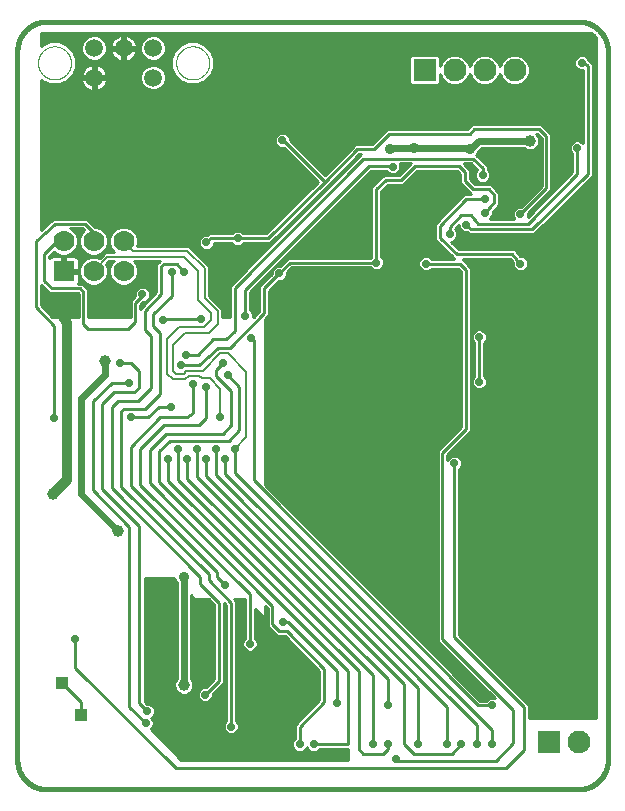
<source format=gbl>
G75*
%MOIN*%
%OFA0B0*%
%FSLAX25Y25*%
%IPPOS*%
%LPD*%
%AMOC8*
5,1,8,0,0,1.08239X$1,22.5*
%
%ADD10C,0.01600*%
%ADD11C,0.07000*%
%ADD12R,0.07000X0.07000*%
%ADD13C,0.07600*%
%ADD14R,0.07600X0.07600*%
%ADD15C,0.05937*%
%ADD16C,0.00000*%
%ADD17C,0.02781*%
%ADD18C,0.01000*%
%ADD19C,0.03569*%
%ADD20C,0.15000*%
%ADD21R,0.02781X0.02781*%
%ADD22C,0.01200*%
%ADD23C,0.03962*%
%ADD24R,0.03962X0.03962*%
%ADD25C,0.03200*%
%ADD26C,0.02400*%
%ADD27C,0.00630*%
D10*
X0036217Y0038461D02*
X0036217Y0274681D01*
X0036220Y0274919D01*
X0036228Y0275157D01*
X0036243Y0275394D01*
X0036263Y0275631D01*
X0036289Y0275867D01*
X0036320Y0276103D01*
X0036357Y0276338D01*
X0036400Y0276572D01*
X0036449Y0276805D01*
X0036503Y0277037D01*
X0036563Y0277267D01*
X0036628Y0277496D01*
X0036699Y0277723D01*
X0036775Y0277948D01*
X0036857Y0278171D01*
X0036944Y0278393D01*
X0037036Y0278612D01*
X0037134Y0278829D01*
X0037236Y0279043D01*
X0037344Y0279255D01*
X0037458Y0279465D01*
X0037576Y0279671D01*
X0037699Y0279875D01*
X0037827Y0280075D01*
X0037959Y0280272D01*
X0038097Y0280467D01*
X0038239Y0280657D01*
X0038386Y0280845D01*
X0038537Y0281028D01*
X0038692Y0281208D01*
X0038852Y0281384D01*
X0039016Y0281556D01*
X0039185Y0281725D01*
X0039357Y0281889D01*
X0039533Y0282049D01*
X0039713Y0282204D01*
X0039896Y0282355D01*
X0040084Y0282502D01*
X0040274Y0282644D01*
X0040469Y0282782D01*
X0040666Y0282914D01*
X0040866Y0283042D01*
X0041070Y0283165D01*
X0041276Y0283283D01*
X0041486Y0283397D01*
X0041698Y0283505D01*
X0041912Y0283607D01*
X0042129Y0283705D01*
X0042348Y0283797D01*
X0042570Y0283884D01*
X0042793Y0283966D01*
X0043018Y0284042D01*
X0043245Y0284113D01*
X0043474Y0284178D01*
X0043704Y0284238D01*
X0043936Y0284292D01*
X0044169Y0284341D01*
X0044403Y0284384D01*
X0044638Y0284421D01*
X0044874Y0284452D01*
X0045110Y0284478D01*
X0045347Y0284498D01*
X0045584Y0284513D01*
X0045822Y0284521D01*
X0046060Y0284524D01*
X0223225Y0284524D01*
X0223463Y0284521D01*
X0223701Y0284513D01*
X0223938Y0284498D01*
X0224175Y0284478D01*
X0224411Y0284452D01*
X0224647Y0284421D01*
X0224882Y0284384D01*
X0225116Y0284341D01*
X0225349Y0284292D01*
X0225581Y0284238D01*
X0225811Y0284178D01*
X0226040Y0284113D01*
X0226267Y0284042D01*
X0226492Y0283966D01*
X0226715Y0283884D01*
X0226937Y0283797D01*
X0227156Y0283705D01*
X0227373Y0283607D01*
X0227587Y0283505D01*
X0227799Y0283397D01*
X0228009Y0283283D01*
X0228215Y0283165D01*
X0228419Y0283042D01*
X0228619Y0282914D01*
X0228816Y0282782D01*
X0229011Y0282644D01*
X0229201Y0282502D01*
X0229389Y0282355D01*
X0229572Y0282204D01*
X0229752Y0282049D01*
X0229928Y0281889D01*
X0230100Y0281725D01*
X0230269Y0281556D01*
X0230433Y0281384D01*
X0230593Y0281208D01*
X0230748Y0281028D01*
X0230899Y0280845D01*
X0231046Y0280657D01*
X0231188Y0280467D01*
X0231326Y0280272D01*
X0231458Y0280075D01*
X0231586Y0279875D01*
X0231709Y0279671D01*
X0231827Y0279465D01*
X0231941Y0279255D01*
X0232049Y0279043D01*
X0232151Y0278829D01*
X0232249Y0278612D01*
X0232341Y0278393D01*
X0232428Y0278171D01*
X0232510Y0277948D01*
X0232586Y0277723D01*
X0232657Y0277496D01*
X0232722Y0277267D01*
X0232782Y0277037D01*
X0232836Y0276805D01*
X0232885Y0276572D01*
X0232928Y0276338D01*
X0232965Y0276103D01*
X0232996Y0275867D01*
X0233022Y0275631D01*
X0233042Y0275394D01*
X0233057Y0275157D01*
X0233065Y0274919D01*
X0233068Y0274681D01*
X0233068Y0038461D01*
X0233065Y0038223D01*
X0233057Y0037985D01*
X0233042Y0037748D01*
X0233022Y0037511D01*
X0232996Y0037275D01*
X0232965Y0037039D01*
X0232928Y0036804D01*
X0232885Y0036570D01*
X0232836Y0036337D01*
X0232782Y0036105D01*
X0232722Y0035875D01*
X0232657Y0035646D01*
X0232586Y0035419D01*
X0232510Y0035194D01*
X0232428Y0034971D01*
X0232341Y0034749D01*
X0232249Y0034530D01*
X0232151Y0034313D01*
X0232049Y0034099D01*
X0231941Y0033887D01*
X0231827Y0033677D01*
X0231709Y0033471D01*
X0231586Y0033267D01*
X0231458Y0033067D01*
X0231326Y0032870D01*
X0231188Y0032675D01*
X0231046Y0032485D01*
X0230899Y0032297D01*
X0230748Y0032114D01*
X0230593Y0031934D01*
X0230433Y0031758D01*
X0230269Y0031586D01*
X0230100Y0031417D01*
X0229928Y0031253D01*
X0229752Y0031093D01*
X0229572Y0030938D01*
X0229389Y0030787D01*
X0229201Y0030640D01*
X0229011Y0030498D01*
X0228816Y0030360D01*
X0228619Y0030228D01*
X0228419Y0030100D01*
X0228215Y0029977D01*
X0228009Y0029859D01*
X0227799Y0029745D01*
X0227587Y0029637D01*
X0227373Y0029535D01*
X0227156Y0029437D01*
X0226937Y0029345D01*
X0226715Y0029258D01*
X0226492Y0029176D01*
X0226267Y0029100D01*
X0226040Y0029029D01*
X0225811Y0028964D01*
X0225581Y0028904D01*
X0225349Y0028850D01*
X0225116Y0028801D01*
X0224882Y0028758D01*
X0224647Y0028721D01*
X0224411Y0028690D01*
X0224175Y0028664D01*
X0223938Y0028644D01*
X0223701Y0028629D01*
X0223463Y0028621D01*
X0223225Y0028618D01*
X0046060Y0028618D01*
X0045822Y0028621D01*
X0045584Y0028629D01*
X0045347Y0028644D01*
X0045110Y0028664D01*
X0044874Y0028690D01*
X0044638Y0028721D01*
X0044403Y0028758D01*
X0044169Y0028801D01*
X0043936Y0028850D01*
X0043704Y0028904D01*
X0043474Y0028964D01*
X0043245Y0029029D01*
X0043018Y0029100D01*
X0042793Y0029176D01*
X0042570Y0029258D01*
X0042348Y0029345D01*
X0042129Y0029437D01*
X0041912Y0029535D01*
X0041698Y0029637D01*
X0041486Y0029745D01*
X0041276Y0029859D01*
X0041070Y0029977D01*
X0040866Y0030100D01*
X0040666Y0030228D01*
X0040469Y0030360D01*
X0040274Y0030498D01*
X0040084Y0030640D01*
X0039896Y0030787D01*
X0039713Y0030938D01*
X0039533Y0031093D01*
X0039357Y0031253D01*
X0039185Y0031417D01*
X0039016Y0031586D01*
X0038852Y0031758D01*
X0038692Y0031934D01*
X0038537Y0032114D01*
X0038386Y0032297D01*
X0038239Y0032485D01*
X0038097Y0032675D01*
X0037959Y0032870D01*
X0037827Y0033067D01*
X0037699Y0033267D01*
X0037576Y0033471D01*
X0037458Y0033677D01*
X0037344Y0033887D01*
X0037236Y0034099D01*
X0037134Y0034313D01*
X0037036Y0034530D01*
X0036944Y0034749D01*
X0036857Y0034971D01*
X0036775Y0035194D01*
X0036699Y0035419D01*
X0036628Y0035646D01*
X0036563Y0035875D01*
X0036503Y0036105D01*
X0036449Y0036337D01*
X0036400Y0036570D01*
X0036357Y0036804D01*
X0036320Y0037039D01*
X0036289Y0037275D01*
X0036263Y0037511D01*
X0036243Y0037748D01*
X0036228Y0037985D01*
X0036220Y0038223D01*
X0036217Y0038461D01*
D11*
X0061650Y0201295D03*
X0071650Y0201295D03*
X0071650Y0211295D03*
X0061650Y0211295D03*
X0051650Y0211295D03*
D12*
X0051650Y0201295D03*
D13*
X0181965Y0268382D03*
X0191965Y0268382D03*
X0201965Y0268382D03*
X0223383Y0044366D03*
D14*
X0213383Y0044366D03*
X0171965Y0268382D03*
D15*
X0081493Y0265823D03*
X0081493Y0275665D03*
X0071650Y0275665D03*
X0061808Y0275665D03*
X0061808Y0265823D03*
D16*
X0043107Y0270744D02*
X0043109Y0270892D01*
X0043115Y0271040D01*
X0043125Y0271188D01*
X0043139Y0271335D01*
X0043157Y0271482D01*
X0043178Y0271628D01*
X0043204Y0271774D01*
X0043234Y0271919D01*
X0043267Y0272063D01*
X0043305Y0272206D01*
X0043346Y0272348D01*
X0043391Y0272489D01*
X0043439Y0272629D01*
X0043492Y0272768D01*
X0043548Y0272905D01*
X0043608Y0273040D01*
X0043671Y0273174D01*
X0043738Y0273306D01*
X0043809Y0273436D01*
X0043883Y0273564D01*
X0043960Y0273690D01*
X0044041Y0273814D01*
X0044125Y0273936D01*
X0044212Y0274055D01*
X0044303Y0274172D01*
X0044397Y0274287D01*
X0044493Y0274399D01*
X0044593Y0274509D01*
X0044695Y0274615D01*
X0044801Y0274719D01*
X0044909Y0274820D01*
X0045020Y0274918D01*
X0045133Y0275014D01*
X0045249Y0275106D01*
X0045367Y0275195D01*
X0045488Y0275280D01*
X0045611Y0275363D01*
X0045736Y0275442D01*
X0045863Y0275518D01*
X0045992Y0275590D01*
X0046123Y0275659D01*
X0046256Y0275724D01*
X0046391Y0275785D01*
X0046527Y0275843D01*
X0046664Y0275898D01*
X0046803Y0275948D01*
X0046944Y0275995D01*
X0047085Y0276038D01*
X0047228Y0276078D01*
X0047372Y0276113D01*
X0047516Y0276145D01*
X0047662Y0276172D01*
X0047808Y0276196D01*
X0047955Y0276216D01*
X0048102Y0276232D01*
X0048249Y0276244D01*
X0048397Y0276252D01*
X0048545Y0276256D01*
X0048693Y0276256D01*
X0048841Y0276252D01*
X0048989Y0276244D01*
X0049136Y0276232D01*
X0049283Y0276216D01*
X0049430Y0276196D01*
X0049576Y0276172D01*
X0049722Y0276145D01*
X0049866Y0276113D01*
X0050010Y0276078D01*
X0050153Y0276038D01*
X0050294Y0275995D01*
X0050435Y0275948D01*
X0050574Y0275898D01*
X0050711Y0275843D01*
X0050847Y0275785D01*
X0050982Y0275724D01*
X0051115Y0275659D01*
X0051246Y0275590D01*
X0051375Y0275518D01*
X0051502Y0275442D01*
X0051627Y0275363D01*
X0051750Y0275280D01*
X0051871Y0275195D01*
X0051989Y0275106D01*
X0052105Y0275014D01*
X0052218Y0274918D01*
X0052329Y0274820D01*
X0052437Y0274719D01*
X0052543Y0274615D01*
X0052645Y0274509D01*
X0052745Y0274399D01*
X0052841Y0274287D01*
X0052935Y0274172D01*
X0053026Y0274055D01*
X0053113Y0273936D01*
X0053197Y0273814D01*
X0053278Y0273690D01*
X0053355Y0273564D01*
X0053429Y0273436D01*
X0053500Y0273306D01*
X0053567Y0273174D01*
X0053630Y0273040D01*
X0053690Y0272905D01*
X0053746Y0272768D01*
X0053799Y0272629D01*
X0053847Y0272489D01*
X0053892Y0272348D01*
X0053933Y0272206D01*
X0053971Y0272063D01*
X0054004Y0271919D01*
X0054034Y0271774D01*
X0054060Y0271628D01*
X0054081Y0271482D01*
X0054099Y0271335D01*
X0054113Y0271188D01*
X0054123Y0271040D01*
X0054129Y0270892D01*
X0054131Y0270744D01*
X0054129Y0270596D01*
X0054123Y0270448D01*
X0054113Y0270300D01*
X0054099Y0270153D01*
X0054081Y0270006D01*
X0054060Y0269860D01*
X0054034Y0269714D01*
X0054004Y0269569D01*
X0053971Y0269425D01*
X0053933Y0269282D01*
X0053892Y0269140D01*
X0053847Y0268999D01*
X0053799Y0268859D01*
X0053746Y0268720D01*
X0053690Y0268583D01*
X0053630Y0268448D01*
X0053567Y0268314D01*
X0053500Y0268182D01*
X0053429Y0268052D01*
X0053355Y0267924D01*
X0053278Y0267798D01*
X0053197Y0267674D01*
X0053113Y0267552D01*
X0053026Y0267433D01*
X0052935Y0267316D01*
X0052841Y0267201D01*
X0052745Y0267089D01*
X0052645Y0266979D01*
X0052543Y0266873D01*
X0052437Y0266769D01*
X0052329Y0266668D01*
X0052218Y0266570D01*
X0052105Y0266474D01*
X0051989Y0266382D01*
X0051871Y0266293D01*
X0051750Y0266208D01*
X0051627Y0266125D01*
X0051502Y0266046D01*
X0051375Y0265970D01*
X0051246Y0265898D01*
X0051115Y0265829D01*
X0050982Y0265764D01*
X0050847Y0265703D01*
X0050711Y0265645D01*
X0050574Y0265590D01*
X0050435Y0265540D01*
X0050294Y0265493D01*
X0050153Y0265450D01*
X0050010Y0265410D01*
X0049866Y0265375D01*
X0049722Y0265343D01*
X0049576Y0265316D01*
X0049430Y0265292D01*
X0049283Y0265272D01*
X0049136Y0265256D01*
X0048989Y0265244D01*
X0048841Y0265236D01*
X0048693Y0265232D01*
X0048545Y0265232D01*
X0048397Y0265236D01*
X0048249Y0265244D01*
X0048102Y0265256D01*
X0047955Y0265272D01*
X0047808Y0265292D01*
X0047662Y0265316D01*
X0047516Y0265343D01*
X0047372Y0265375D01*
X0047228Y0265410D01*
X0047085Y0265450D01*
X0046944Y0265493D01*
X0046803Y0265540D01*
X0046664Y0265590D01*
X0046527Y0265645D01*
X0046391Y0265703D01*
X0046256Y0265764D01*
X0046123Y0265829D01*
X0045992Y0265898D01*
X0045863Y0265970D01*
X0045736Y0266046D01*
X0045611Y0266125D01*
X0045488Y0266208D01*
X0045367Y0266293D01*
X0045249Y0266382D01*
X0045133Y0266474D01*
X0045020Y0266570D01*
X0044909Y0266668D01*
X0044801Y0266769D01*
X0044695Y0266873D01*
X0044593Y0266979D01*
X0044493Y0267089D01*
X0044397Y0267201D01*
X0044303Y0267316D01*
X0044212Y0267433D01*
X0044125Y0267552D01*
X0044041Y0267674D01*
X0043960Y0267798D01*
X0043883Y0267924D01*
X0043809Y0268052D01*
X0043738Y0268182D01*
X0043671Y0268314D01*
X0043608Y0268448D01*
X0043548Y0268583D01*
X0043492Y0268720D01*
X0043439Y0268859D01*
X0043391Y0268999D01*
X0043346Y0269140D01*
X0043305Y0269282D01*
X0043267Y0269425D01*
X0043234Y0269569D01*
X0043204Y0269714D01*
X0043178Y0269860D01*
X0043157Y0270006D01*
X0043139Y0270153D01*
X0043125Y0270300D01*
X0043115Y0270448D01*
X0043109Y0270596D01*
X0043107Y0270744D01*
X0089170Y0270744D02*
X0089172Y0270892D01*
X0089178Y0271040D01*
X0089188Y0271188D01*
X0089202Y0271335D01*
X0089220Y0271482D01*
X0089241Y0271628D01*
X0089267Y0271774D01*
X0089297Y0271919D01*
X0089330Y0272063D01*
X0089368Y0272206D01*
X0089409Y0272348D01*
X0089454Y0272489D01*
X0089502Y0272629D01*
X0089555Y0272768D01*
X0089611Y0272905D01*
X0089671Y0273040D01*
X0089734Y0273174D01*
X0089801Y0273306D01*
X0089872Y0273436D01*
X0089946Y0273564D01*
X0090023Y0273690D01*
X0090104Y0273814D01*
X0090188Y0273936D01*
X0090275Y0274055D01*
X0090366Y0274172D01*
X0090460Y0274287D01*
X0090556Y0274399D01*
X0090656Y0274509D01*
X0090758Y0274615D01*
X0090864Y0274719D01*
X0090972Y0274820D01*
X0091083Y0274918D01*
X0091196Y0275014D01*
X0091312Y0275106D01*
X0091430Y0275195D01*
X0091551Y0275280D01*
X0091674Y0275363D01*
X0091799Y0275442D01*
X0091926Y0275518D01*
X0092055Y0275590D01*
X0092186Y0275659D01*
X0092319Y0275724D01*
X0092454Y0275785D01*
X0092590Y0275843D01*
X0092727Y0275898D01*
X0092866Y0275948D01*
X0093007Y0275995D01*
X0093148Y0276038D01*
X0093291Y0276078D01*
X0093435Y0276113D01*
X0093579Y0276145D01*
X0093725Y0276172D01*
X0093871Y0276196D01*
X0094018Y0276216D01*
X0094165Y0276232D01*
X0094312Y0276244D01*
X0094460Y0276252D01*
X0094608Y0276256D01*
X0094756Y0276256D01*
X0094904Y0276252D01*
X0095052Y0276244D01*
X0095199Y0276232D01*
X0095346Y0276216D01*
X0095493Y0276196D01*
X0095639Y0276172D01*
X0095785Y0276145D01*
X0095929Y0276113D01*
X0096073Y0276078D01*
X0096216Y0276038D01*
X0096357Y0275995D01*
X0096498Y0275948D01*
X0096637Y0275898D01*
X0096774Y0275843D01*
X0096910Y0275785D01*
X0097045Y0275724D01*
X0097178Y0275659D01*
X0097309Y0275590D01*
X0097438Y0275518D01*
X0097565Y0275442D01*
X0097690Y0275363D01*
X0097813Y0275280D01*
X0097934Y0275195D01*
X0098052Y0275106D01*
X0098168Y0275014D01*
X0098281Y0274918D01*
X0098392Y0274820D01*
X0098500Y0274719D01*
X0098606Y0274615D01*
X0098708Y0274509D01*
X0098808Y0274399D01*
X0098904Y0274287D01*
X0098998Y0274172D01*
X0099089Y0274055D01*
X0099176Y0273936D01*
X0099260Y0273814D01*
X0099341Y0273690D01*
X0099418Y0273564D01*
X0099492Y0273436D01*
X0099563Y0273306D01*
X0099630Y0273174D01*
X0099693Y0273040D01*
X0099753Y0272905D01*
X0099809Y0272768D01*
X0099862Y0272629D01*
X0099910Y0272489D01*
X0099955Y0272348D01*
X0099996Y0272206D01*
X0100034Y0272063D01*
X0100067Y0271919D01*
X0100097Y0271774D01*
X0100123Y0271628D01*
X0100144Y0271482D01*
X0100162Y0271335D01*
X0100176Y0271188D01*
X0100186Y0271040D01*
X0100192Y0270892D01*
X0100194Y0270744D01*
X0100192Y0270596D01*
X0100186Y0270448D01*
X0100176Y0270300D01*
X0100162Y0270153D01*
X0100144Y0270006D01*
X0100123Y0269860D01*
X0100097Y0269714D01*
X0100067Y0269569D01*
X0100034Y0269425D01*
X0099996Y0269282D01*
X0099955Y0269140D01*
X0099910Y0268999D01*
X0099862Y0268859D01*
X0099809Y0268720D01*
X0099753Y0268583D01*
X0099693Y0268448D01*
X0099630Y0268314D01*
X0099563Y0268182D01*
X0099492Y0268052D01*
X0099418Y0267924D01*
X0099341Y0267798D01*
X0099260Y0267674D01*
X0099176Y0267552D01*
X0099089Y0267433D01*
X0098998Y0267316D01*
X0098904Y0267201D01*
X0098808Y0267089D01*
X0098708Y0266979D01*
X0098606Y0266873D01*
X0098500Y0266769D01*
X0098392Y0266668D01*
X0098281Y0266570D01*
X0098168Y0266474D01*
X0098052Y0266382D01*
X0097934Y0266293D01*
X0097813Y0266208D01*
X0097690Y0266125D01*
X0097565Y0266046D01*
X0097438Y0265970D01*
X0097309Y0265898D01*
X0097178Y0265829D01*
X0097045Y0265764D01*
X0096910Y0265703D01*
X0096774Y0265645D01*
X0096637Y0265590D01*
X0096498Y0265540D01*
X0096357Y0265493D01*
X0096216Y0265450D01*
X0096073Y0265410D01*
X0095929Y0265375D01*
X0095785Y0265343D01*
X0095639Y0265316D01*
X0095493Y0265292D01*
X0095346Y0265272D01*
X0095199Y0265256D01*
X0095052Y0265244D01*
X0094904Y0265236D01*
X0094756Y0265232D01*
X0094608Y0265232D01*
X0094460Y0265236D01*
X0094312Y0265244D01*
X0094165Y0265256D01*
X0094018Y0265272D01*
X0093871Y0265292D01*
X0093725Y0265316D01*
X0093579Y0265343D01*
X0093435Y0265375D01*
X0093291Y0265410D01*
X0093148Y0265450D01*
X0093007Y0265493D01*
X0092866Y0265540D01*
X0092727Y0265590D01*
X0092590Y0265645D01*
X0092454Y0265703D01*
X0092319Y0265764D01*
X0092186Y0265829D01*
X0092055Y0265898D01*
X0091926Y0265970D01*
X0091799Y0266046D01*
X0091674Y0266125D01*
X0091551Y0266208D01*
X0091430Y0266293D01*
X0091312Y0266382D01*
X0091196Y0266474D01*
X0091083Y0266570D01*
X0090972Y0266668D01*
X0090864Y0266769D01*
X0090758Y0266873D01*
X0090656Y0266979D01*
X0090556Y0267089D01*
X0090460Y0267201D01*
X0090366Y0267316D01*
X0090275Y0267433D01*
X0090188Y0267552D01*
X0090104Y0267674D01*
X0090023Y0267798D01*
X0089946Y0267924D01*
X0089872Y0268052D01*
X0089801Y0268182D01*
X0089734Y0268314D01*
X0089671Y0268448D01*
X0089611Y0268583D01*
X0089555Y0268720D01*
X0089502Y0268859D01*
X0089454Y0268999D01*
X0089409Y0269140D01*
X0089368Y0269282D01*
X0089330Y0269425D01*
X0089297Y0269569D01*
X0089267Y0269714D01*
X0089241Y0269860D01*
X0089220Y0270006D01*
X0089202Y0270153D01*
X0089188Y0270300D01*
X0089178Y0270448D01*
X0089172Y0270596D01*
X0089170Y0270744D01*
D17*
X0124603Y0244957D03*
X0109642Y0212280D03*
X0099209Y0210902D03*
X0091926Y0201059D03*
X0087792Y0201059D03*
X0077949Y0197909D03*
X0077949Y0193579D03*
X0084642Y0184917D03*
X0092516Y0173500D03*
X0090942Y0169957D03*
X0094879Y0163657D03*
X0099209Y0162870D03*
X0106296Y0166807D03*
X0104721Y0170744D03*
X0114170Y0179012D03*
X0112201Y0186492D03*
X0123619Y0200665D03*
X0097438Y0185311D03*
X0073619Y0164051D03*
X0070469Y0170744D03*
X0074012Y0152634D03*
X0087398Y0156177D03*
X0089760Y0142004D03*
X0086611Y0138854D03*
X0092910Y0138854D03*
X0096060Y0142004D03*
X0099209Y0138854D03*
X0102359Y0142004D03*
X0105509Y0138854D03*
X0108658Y0142004D03*
X0103934Y0152634D03*
X0105509Y0096728D03*
X0113776Y0077043D03*
X0124800Y0084524D03*
X0142910Y0057358D03*
X0135036Y0043579D03*
X0130312Y0043579D03*
X0140154Y0040429D03*
X0154721Y0043579D03*
X0159839Y0043579D03*
X0162398Y0038657D03*
X0169682Y0043579D03*
X0179524Y0043579D03*
X0184249Y0043579D03*
X0189367Y0043579D03*
X0194485Y0043579D03*
X0194485Y0056571D03*
X0159839Y0056571D03*
X0107477Y0049484D03*
X0098816Y0060114D03*
X0079524Y0054602D03*
X0079131Y0050665D03*
X0055509Y0078618D03*
X0048422Y0152240D03*
X0155902Y0204209D03*
X0172438Y0203815D03*
X0180312Y0213657D03*
X0185823Y0216807D03*
X0192123Y0220744D03*
X0192123Y0225469D03*
X0191335Y0233343D03*
X0180312Y0232949D03*
X0180312Y0229012D03*
X0176375Y0229012D03*
X0176375Y0232949D03*
X0172438Y0232949D03*
X0172438Y0229012D03*
X0172438Y0225075D03*
X0176375Y0225075D03*
X0161414Y0236098D03*
X0203934Y0220350D03*
X0203934Y0203815D03*
X0190154Y0179406D03*
X0190154Y0164445D03*
X0181886Y0137280D03*
X0222831Y0242398D03*
X0224406Y0270744D03*
D18*
X0225981Y0269957D01*
X0226375Y0269563D01*
X0226375Y0233736D01*
X0207871Y0215232D01*
X0187398Y0215232D01*
X0185823Y0216807D01*
X0183303Y0216706D02*
X0183303Y0216306D01*
X0183687Y0215379D01*
X0184396Y0214670D01*
X0185322Y0214287D01*
X0186039Y0214287D01*
X0186723Y0213602D01*
X0208546Y0213602D01*
X0209501Y0214557D01*
X0228005Y0233061D01*
X0228005Y0270238D01*
X0227406Y0270837D01*
X0227314Y0271113D01*
X0226946Y0271296D01*
X0226877Y0271366D01*
X0226543Y0272172D01*
X0225834Y0272881D01*
X0224908Y0273265D01*
X0223905Y0273265D01*
X0222978Y0272881D01*
X0222269Y0272172D01*
X0221886Y0271245D01*
X0221886Y0270243D01*
X0222269Y0269316D01*
X0222978Y0268607D01*
X0223905Y0268224D01*
X0224745Y0268224D01*
X0224745Y0244049D01*
X0224259Y0244534D01*
X0223333Y0244918D01*
X0222330Y0244918D01*
X0221404Y0244534D01*
X0220695Y0243825D01*
X0220311Y0242899D01*
X0220311Y0241896D01*
X0220695Y0240970D01*
X0221201Y0240463D01*
X0221201Y0234411D01*
X0206323Y0219533D01*
X0206454Y0219849D01*
X0206454Y0220566D01*
X0214225Y0228337D01*
X0214225Y0247010D01*
X0213270Y0247965D01*
X0210908Y0250327D01*
X0187904Y0250327D01*
X0186949Y0249372D01*
X0186329Y0248752D01*
X0159558Y0248752D01*
X0158603Y0247797D01*
X0154440Y0243634D01*
X0148928Y0243634D01*
X0147973Y0242679D01*
X0138678Y0233384D01*
X0127123Y0244938D01*
X0127123Y0245458D01*
X0126740Y0246384D01*
X0126031Y0247093D01*
X0125104Y0247477D01*
X0124102Y0247477D01*
X0123175Y0247093D01*
X0122466Y0246384D01*
X0122083Y0245458D01*
X0122083Y0244455D01*
X0122466Y0243529D01*
X0123175Y0242820D01*
X0124102Y0242436D01*
X0125015Y0242436D01*
X0136373Y0231079D01*
X0119203Y0213909D01*
X0111577Y0213909D01*
X0111070Y0214416D01*
X0110144Y0214800D01*
X0109141Y0214800D01*
X0108215Y0214416D01*
X0107708Y0213909D01*
X0100838Y0213909D01*
X0100219Y0213951D01*
X0100172Y0213909D01*
X0100109Y0213909D01*
X0099670Y0213470D01*
X0099615Y0213422D01*
X0098708Y0213422D01*
X0097782Y0213038D01*
X0097073Y0212329D01*
X0096689Y0211403D01*
X0096689Y0210400D01*
X0097073Y0209474D01*
X0097782Y0208765D01*
X0098708Y0208381D01*
X0099711Y0208381D01*
X0100637Y0208765D01*
X0101346Y0209474D01*
X0101730Y0210400D01*
X0101730Y0210650D01*
X0107708Y0210650D01*
X0108215Y0210143D01*
X0109141Y0209759D01*
X0110144Y0209759D01*
X0111070Y0210143D01*
X0111577Y0210650D01*
X0120554Y0210650D01*
X0139353Y0229449D01*
X0150278Y0240374D01*
X0150783Y0240374D01*
X0150417Y0240005D01*
X0149942Y0239529D01*
X0149942Y0239525D01*
X0107504Y0196698D01*
X0107028Y0196222D01*
X0107028Y0196218D01*
X0107025Y0196215D01*
X0107028Y0195544D01*
X0107028Y0186098D01*
X0104591Y0186098D01*
X0104591Y0188665D01*
X0103745Y0189512D01*
X0100260Y0192996D01*
X0100260Y0202839D01*
X0099414Y0203685D01*
X0093509Y0209591D01*
X0076126Y0209591D01*
X0076438Y0210343D01*
X0076438Y0212248D01*
X0075709Y0214007D01*
X0074362Y0215354D01*
X0072603Y0216083D01*
X0070698Y0216083D01*
X0068938Y0215354D01*
X0067592Y0214007D01*
X0066863Y0212248D01*
X0066863Y0210343D01*
X0067592Y0208583D01*
X0068553Y0207622D01*
X0066702Y0207622D01*
X0066676Y0207646D01*
X0066108Y0207622D01*
X0065540Y0207622D01*
X0065515Y0207597D01*
X0065480Y0207596D01*
X0065095Y0207177D01*
X0064694Y0206776D01*
X0064694Y0206740D01*
X0063679Y0205637D01*
X0062603Y0206083D01*
X0060698Y0206083D01*
X0058938Y0205354D01*
X0057592Y0204007D01*
X0056863Y0202248D01*
X0056863Y0200343D01*
X0057592Y0198583D01*
X0058938Y0197237D01*
X0060698Y0196508D01*
X0062603Y0196508D01*
X0064362Y0197237D01*
X0065709Y0198583D01*
X0066438Y0200343D01*
X0066438Y0202248D01*
X0065832Y0203709D01*
X0066773Y0204732D01*
X0068317Y0204732D01*
X0067592Y0204007D01*
X0066863Y0202248D01*
X0066863Y0200343D01*
X0067592Y0198583D01*
X0068938Y0197237D01*
X0070698Y0196508D01*
X0072603Y0196508D01*
X0074362Y0197237D01*
X0075709Y0198583D01*
X0076438Y0200343D01*
X0076438Y0202248D01*
X0075709Y0204007D01*
X0074984Y0204732D01*
X0083648Y0204732D01*
X0083406Y0204490D01*
X0082619Y0203703D01*
X0082619Y0194254D01*
X0078062Y0189697D01*
X0078062Y0189697D01*
X0077217Y0188852D01*
X0077217Y0190148D01*
X0078128Y0191058D01*
X0078451Y0191058D01*
X0079377Y0191442D01*
X0080086Y0192151D01*
X0080470Y0193077D01*
X0080470Y0194080D01*
X0080086Y0195006D01*
X0079377Y0195715D01*
X0078451Y0196099D01*
X0077448Y0196099D01*
X0076522Y0195715D01*
X0075813Y0195006D01*
X0075429Y0194080D01*
X0075429Y0193077D01*
X0075461Y0193001D01*
X0074912Y0192453D01*
X0073957Y0191498D01*
X0073957Y0186098D01*
X0059894Y0186098D01*
X0059894Y0195041D01*
X0058713Y0196222D01*
X0057758Y0197177D01*
X0056525Y0197177D01*
X0056548Y0197216D01*
X0056650Y0197598D01*
X0056650Y0200811D01*
X0052135Y0200811D01*
X0052135Y0201780D01*
X0056650Y0201780D01*
X0056650Y0204993D01*
X0056548Y0205374D01*
X0056351Y0205716D01*
X0056071Y0205996D01*
X0055729Y0206193D01*
X0055348Y0206295D01*
X0052135Y0206295D01*
X0052135Y0201780D01*
X0051166Y0201780D01*
X0051166Y0206295D01*
X0047953Y0206295D01*
X0047571Y0206193D01*
X0047229Y0205996D01*
X0046950Y0205716D01*
X0046902Y0205634D01*
X0046902Y0206289D01*
X0048394Y0207781D01*
X0048938Y0207237D01*
X0050698Y0206508D01*
X0052603Y0206508D01*
X0054362Y0207237D01*
X0055709Y0208583D01*
X0056438Y0210343D01*
X0056438Y0212248D01*
X0055709Y0214007D01*
X0054362Y0215354D01*
X0053838Y0215571D01*
X0057983Y0215571D01*
X0058569Y0214985D01*
X0057592Y0214007D01*
X0056863Y0212248D01*
X0056863Y0210343D01*
X0057592Y0208583D01*
X0058938Y0207237D01*
X0060698Y0206508D01*
X0062603Y0206508D01*
X0064362Y0207237D01*
X0065709Y0208583D01*
X0066438Y0210343D01*
X0066438Y0212248D01*
X0065709Y0214007D01*
X0064362Y0215354D01*
X0062603Y0216083D01*
X0062081Y0216083D01*
X0060288Y0217876D01*
X0059333Y0218831D01*
X0048842Y0218831D01*
X0048193Y0218852D01*
X0048171Y0218831D01*
X0048140Y0218831D01*
X0047682Y0218372D01*
X0044091Y0215006D01*
X0044091Y0265099D01*
X0044544Y0264646D01*
X0047188Y0263551D01*
X0050050Y0263551D01*
X0052693Y0264646D01*
X0054717Y0266670D01*
X0055812Y0269313D01*
X0055812Y0272175D01*
X0054717Y0274819D01*
X0052693Y0276842D01*
X0050050Y0277937D01*
X0047188Y0277937D01*
X0044544Y0276842D01*
X0044091Y0276389D01*
X0044091Y0280587D01*
X0227467Y0280587D01*
X0228430Y0279886D01*
X0229131Y0278923D01*
X0229131Y0186098D01*
X0187453Y0186098D01*
X0187453Y0202522D01*
X0186499Y0203476D01*
X0184640Y0205335D01*
X0200438Y0205335D01*
X0201413Y0204220D01*
X0201413Y0203314D01*
X0201797Y0202387D01*
X0202506Y0201678D01*
X0203432Y0201294D01*
X0204435Y0201294D01*
X0205361Y0201678D01*
X0205530Y0201846D01*
X0229131Y0201846D01*
X0229131Y0052240D01*
X0206745Y0052240D01*
X0206745Y0056852D01*
X0183516Y0080081D01*
X0183516Y0135345D01*
X0184023Y0135852D01*
X0184407Y0136778D01*
X0184407Y0137781D01*
X0184023Y0138707D01*
X0183314Y0139416D01*
X0182388Y0139800D01*
X0181385Y0139800D01*
X0180459Y0139416D01*
X0179750Y0138707D01*
X0179579Y0138296D01*
X0179579Y0140148D01*
X0187453Y0148022D01*
X0187453Y0201846D01*
X0202338Y0201846D01*
X0202506Y0201678D01*
X0203432Y0201294D01*
X0204435Y0201294D01*
X0205361Y0201678D01*
X0206070Y0202387D01*
X0206454Y0203314D01*
X0206454Y0204316D01*
X0206070Y0205243D01*
X0205361Y0205952D01*
X0204435Y0206335D01*
X0203894Y0206335D01*
X0202808Y0207577D01*
X0202808Y0207640D01*
X0202369Y0208079D01*
X0201960Y0208546D01*
X0201897Y0208550D01*
X0201853Y0208594D01*
X0201232Y0208594D01*
X0200613Y0208636D01*
X0200565Y0208594D01*
X0183349Y0208594D01*
X0180806Y0211137D01*
X0180813Y0211137D01*
X0181739Y0211521D01*
X0182448Y0212230D01*
X0182832Y0213156D01*
X0182832Y0214159D01*
X0182448Y0215085D01*
X0182065Y0215468D01*
X0183303Y0216706D01*
X0183303Y0216338D02*
X0182935Y0216338D01*
X0182194Y0215340D02*
X0183726Y0215340D01*
X0182757Y0214341D02*
X0185190Y0214341D01*
X0182832Y0213343D02*
X0229131Y0213343D01*
X0229131Y0214341D02*
X0209285Y0214341D01*
X0210283Y0215340D02*
X0229131Y0215340D01*
X0229131Y0216338D02*
X0211282Y0216338D01*
X0212280Y0217337D02*
X0229131Y0217337D01*
X0229131Y0218335D02*
X0213279Y0218335D01*
X0214277Y0219334D02*
X0229131Y0219334D01*
X0229131Y0220332D02*
X0215276Y0220332D01*
X0216274Y0221331D02*
X0229131Y0221331D01*
X0229131Y0222329D02*
X0217273Y0222329D01*
X0218271Y0223328D02*
X0229131Y0223328D01*
X0229131Y0224326D02*
X0219270Y0224326D01*
X0220268Y0225325D02*
X0229131Y0225325D01*
X0229131Y0226323D02*
X0221267Y0226323D01*
X0222265Y0227322D02*
X0229131Y0227322D01*
X0229131Y0228320D02*
X0223264Y0228320D01*
X0224262Y0229319D02*
X0229131Y0229319D01*
X0229131Y0230317D02*
X0225261Y0230317D01*
X0226259Y0231316D02*
X0229131Y0231316D01*
X0229131Y0232314D02*
X0227258Y0232314D01*
X0228005Y0233313D02*
X0229131Y0233313D01*
X0229131Y0234311D02*
X0228005Y0234311D01*
X0228005Y0235310D02*
X0229131Y0235310D01*
X0229131Y0236308D02*
X0228005Y0236308D01*
X0228005Y0237307D02*
X0229131Y0237307D01*
X0229131Y0238305D02*
X0228005Y0238305D01*
X0228005Y0239304D02*
X0229131Y0239304D01*
X0229131Y0240303D02*
X0228005Y0240303D01*
X0228005Y0241301D02*
X0229131Y0241301D01*
X0229131Y0242300D02*
X0228005Y0242300D01*
X0228005Y0243298D02*
X0229131Y0243298D01*
X0229131Y0244297D02*
X0228005Y0244297D01*
X0228005Y0245295D02*
X0229131Y0245295D01*
X0229131Y0246294D02*
X0228005Y0246294D01*
X0228005Y0247292D02*
X0229131Y0247292D01*
X0229131Y0248291D02*
X0228005Y0248291D01*
X0228005Y0249289D02*
X0229131Y0249289D01*
X0229131Y0250288D02*
X0228005Y0250288D01*
X0228005Y0251286D02*
X0229131Y0251286D01*
X0229131Y0252285D02*
X0228005Y0252285D01*
X0228005Y0253283D02*
X0229131Y0253283D01*
X0229131Y0254282D02*
X0228005Y0254282D01*
X0228005Y0255280D02*
X0229131Y0255280D01*
X0229131Y0256279D02*
X0228005Y0256279D01*
X0228005Y0257277D02*
X0229131Y0257277D01*
X0229131Y0258276D02*
X0228005Y0258276D01*
X0228005Y0259274D02*
X0229131Y0259274D01*
X0229131Y0260273D02*
X0228005Y0260273D01*
X0228005Y0261271D02*
X0229131Y0261271D01*
X0229131Y0262270D02*
X0228005Y0262270D01*
X0228005Y0263268D02*
X0229131Y0263268D01*
X0229131Y0264267D02*
X0228005Y0264267D01*
X0228005Y0265265D02*
X0229131Y0265265D01*
X0229131Y0266264D02*
X0228005Y0266264D01*
X0228005Y0267262D02*
X0229131Y0267262D01*
X0229131Y0268261D02*
X0228005Y0268261D01*
X0228005Y0269259D02*
X0229131Y0269259D01*
X0229131Y0270258D02*
X0227985Y0270258D01*
X0227026Y0271256D02*
X0229131Y0271256D01*
X0229131Y0272255D02*
X0226460Y0272255D01*
X0224934Y0273253D02*
X0229131Y0273253D01*
X0229131Y0274252D02*
X0101014Y0274252D01*
X0100780Y0274819D02*
X0098756Y0276842D01*
X0096113Y0277937D01*
X0093251Y0277937D01*
X0090607Y0276842D01*
X0088584Y0274819D01*
X0087489Y0272175D01*
X0087489Y0269313D01*
X0088584Y0266670D01*
X0090607Y0264646D01*
X0093251Y0263551D01*
X0096113Y0263551D01*
X0098756Y0264646D01*
X0100780Y0266670D01*
X0101875Y0269313D01*
X0101875Y0272175D01*
X0100780Y0274819D01*
X0100348Y0275250D02*
X0229131Y0275250D01*
X0229131Y0276249D02*
X0099349Y0276249D01*
X0097777Y0277247D02*
X0229131Y0277247D01*
X0229131Y0278246D02*
X0084931Y0278246D01*
X0085101Y0278076D02*
X0083904Y0279273D01*
X0082339Y0279921D01*
X0080646Y0279921D01*
X0079082Y0279273D01*
X0077885Y0278076D01*
X0077237Y0276512D01*
X0077237Y0274819D01*
X0077885Y0273255D01*
X0079082Y0272057D01*
X0080646Y0271409D01*
X0082339Y0271409D01*
X0083904Y0272057D01*
X0085101Y0273255D01*
X0085749Y0274819D01*
X0085749Y0276512D01*
X0085101Y0278076D01*
X0085444Y0277247D02*
X0091586Y0277247D01*
X0090014Y0276249D02*
X0085749Y0276249D01*
X0085749Y0275250D02*
X0089016Y0275250D01*
X0088349Y0274252D02*
X0085514Y0274252D01*
X0085100Y0273253D02*
X0087936Y0273253D01*
X0087522Y0272255D02*
X0084101Y0272255D01*
X0082339Y0270079D02*
X0083904Y0269431D01*
X0085101Y0268234D01*
X0085749Y0266669D01*
X0085749Y0264976D01*
X0085101Y0263412D01*
X0083904Y0262215D01*
X0082339Y0261567D01*
X0080646Y0261567D01*
X0079082Y0262215D01*
X0077885Y0263412D01*
X0077237Y0264976D01*
X0077237Y0266669D01*
X0077885Y0268234D01*
X0079082Y0269431D01*
X0080646Y0270079D01*
X0082339Y0270079D01*
X0084075Y0269259D02*
X0087511Y0269259D01*
X0087489Y0270258D02*
X0062371Y0270258D01*
X0062292Y0270258D02*
X0061323Y0270258D01*
X0061323Y0270270D02*
X0060761Y0270181D01*
X0060092Y0269964D01*
X0059466Y0269645D01*
X0058897Y0269231D01*
X0058399Y0268734D01*
X0057986Y0268165D01*
X0057667Y0267538D01*
X0057449Y0266869D01*
X0057360Y0266307D01*
X0061323Y0266307D01*
X0061323Y0265339D01*
X0057360Y0265339D01*
X0057449Y0264776D01*
X0057667Y0264108D01*
X0057986Y0263481D01*
X0058399Y0262912D01*
X0058897Y0262414D01*
X0059466Y0262001D01*
X0060092Y0261682D01*
X0060761Y0261464D01*
X0061323Y0261375D01*
X0061323Y0265338D01*
X0062292Y0265338D01*
X0062292Y0261375D01*
X0062854Y0261464D01*
X0063523Y0261682D01*
X0064150Y0262001D01*
X0064719Y0262414D01*
X0065216Y0262912D01*
X0065630Y0263481D01*
X0065949Y0264108D01*
X0066166Y0264776D01*
X0066255Y0265339D01*
X0062292Y0265339D01*
X0062292Y0266307D01*
X0066255Y0266307D01*
X0066166Y0266869D01*
X0065949Y0267538D01*
X0065630Y0268165D01*
X0065216Y0268734D01*
X0064719Y0269231D01*
X0064150Y0269645D01*
X0063523Y0269964D01*
X0062854Y0270181D01*
X0062292Y0270270D01*
X0062292Y0266307D01*
X0061323Y0266307D01*
X0061323Y0270270D01*
X0061245Y0270258D02*
X0055812Y0270258D01*
X0055812Y0271256D02*
X0070923Y0271256D01*
X0071166Y0271256D02*
X0072135Y0271256D01*
X0072135Y0271218D02*
X0072697Y0271307D01*
X0073366Y0271524D01*
X0073992Y0271844D01*
X0074561Y0272257D01*
X0075059Y0272754D01*
X0075472Y0273323D01*
X0075791Y0273950D01*
X0076009Y0274619D01*
X0076098Y0275181D01*
X0072135Y0275181D01*
X0072135Y0276150D01*
X0076098Y0276150D01*
X0076009Y0276712D01*
X0075791Y0277381D01*
X0075472Y0278007D01*
X0075059Y0278576D01*
X0074561Y0279074D01*
X0073992Y0279487D01*
X0073366Y0279806D01*
X0072697Y0280024D01*
X0072135Y0280113D01*
X0072135Y0276150D01*
X0071166Y0276150D01*
X0071166Y0280113D01*
X0070604Y0280024D01*
X0069935Y0279806D01*
X0069308Y0279487D01*
X0068739Y0279074D01*
X0068242Y0278576D01*
X0067828Y0278007D01*
X0067509Y0277381D01*
X0067292Y0276712D01*
X0067203Y0276150D01*
X0071166Y0276150D01*
X0071166Y0275181D01*
X0072135Y0275181D01*
X0072135Y0271218D01*
X0072378Y0271256D02*
X0087489Y0271256D01*
X0087925Y0268261D02*
X0085074Y0268261D01*
X0085503Y0267262D02*
X0088338Y0267262D01*
X0088990Y0266264D02*
X0085749Y0266264D01*
X0085749Y0265265D02*
X0089988Y0265265D01*
X0091523Y0264267D02*
X0085455Y0264267D01*
X0084957Y0263268D02*
X0224745Y0263268D01*
X0224745Y0262270D02*
X0083958Y0262270D01*
X0079027Y0262270D02*
X0064520Y0262270D01*
X0065475Y0263268D02*
X0078029Y0263268D01*
X0077531Y0264267D02*
X0066001Y0264267D01*
X0066244Y0265265D02*
X0077237Y0265265D01*
X0077237Y0266264D02*
X0062292Y0266264D01*
X0061323Y0266264D02*
X0054311Y0266264D01*
X0054962Y0267262D02*
X0057577Y0267262D01*
X0058056Y0268261D02*
X0055376Y0268261D01*
X0055789Y0269259D02*
X0058935Y0269259D01*
X0061323Y0269259D02*
X0062292Y0269259D01*
X0062292Y0268261D02*
X0061323Y0268261D01*
X0061323Y0267262D02*
X0062292Y0267262D01*
X0062292Y0265265D02*
X0061323Y0265265D01*
X0061323Y0264267D02*
X0062292Y0264267D01*
X0062292Y0263268D02*
X0061323Y0263268D01*
X0061323Y0262270D02*
X0062292Y0262270D01*
X0059096Y0262270D02*
X0044091Y0262270D01*
X0044091Y0263268D02*
X0058140Y0263268D01*
X0057615Y0264267D02*
X0051777Y0264267D01*
X0053312Y0265265D02*
X0057372Y0265265D01*
X0059397Y0272057D02*
X0060961Y0271409D01*
X0062654Y0271409D01*
X0064219Y0272057D01*
X0065416Y0273255D01*
X0066064Y0274819D01*
X0066064Y0276512D01*
X0065416Y0278076D01*
X0064219Y0279273D01*
X0062654Y0279921D01*
X0060961Y0279921D01*
X0059397Y0279273D01*
X0058200Y0278076D01*
X0057552Y0276512D01*
X0057552Y0274819D01*
X0058200Y0273255D01*
X0059397Y0272057D01*
X0059199Y0272255D02*
X0055779Y0272255D01*
X0055365Y0273253D02*
X0058201Y0273253D01*
X0057787Y0274252D02*
X0054951Y0274252D01*
X0054285Y0275250D02*
X0057552Y0275250D01*
X0057552Y0276249D02*
X0053286Y0276249D01*
X0051714Y0277247D02*
X0057857Y0277247D01*
X0058370Y0278246D02*
X0044091Y0278246D01*
X0044091Y0279244D02*
X0059368Y0279244D01*
X0064247Y0279244D02*
X0068974Y0279244D01*
X0068002Y0278246D02*
X0065246Y0278246D01*
X0065759Y0277247D02*
X0067466Y0277247D01*
X0067218Y0276249D02*
X0066064Y0276249D01*
X0066064Y0275250D02*
X0071166Y0275250D01*
X0071166Y0275181D02*
X0067203Y0275181D01*
X0067292Y0274619D01*
X0067509Y0273950D01*
X0067828Y0273323D01*
X0068242Y0272754D01*
X0068739Y0272257D01*
X0069308Y0271844D01*
X0069935Y0271524D01*
X0070604Y0271307D01*
X0071166Y0271218D01*
X0071166Y0275181D01*
X0071166Y0274252D02*
X0072135Y0274252D01*
X0072135Y0275250D02*
X0077237Y0275250D01*
X0077237Y0276249D02*
X0076082Y0276249D01*
X0075835Y0277247D02*
X0077542Y0277247D01*
X0078055Y0278246D02*
X0075299Y0278246D01*
X0074326Y0279244D02*
X0079053Y0279244D01*
X0083932Y0279244D02*
X0228897Y0279244D01*
X0227940Y0280243D02*
X0044091Y0280243D01*
X0044091Y0277247D02*
X0045523Y0277247D01*
X0045460Y0264267D02*
X0044091Y0264267D01*
X0044091Y0261271D02*
X0224745Y0261271D01*
X0224745Y0260273D02*
X0044091Y0260273D01*
X0044091Y0259274D02*
X0224745Y0259274D01*
X0224745Y0258276D02*
X0044091Y0258276D01*
X0044091Y0257277D02*
X0224745Y0257277D01*
X0224745Y0256279D02*
X0044091Y0256279D01*
X0044091Y0255280D02*
X0224745Y0255280D01*
X0224745Y0254282D02*
X0044091Y0254282D01*
X0044091Y0253283D02*
X0224745Y0253283D01*
X0224745Y0252285D02*
X0044091Y0252285D01*
X0044091Y0251286D02*
X0224745Y0251286D01*
X0224745Y0250288D02*
X0210947Y0250288D01*
X0211946Y0249289D02*
X0224745Y0249289D01*
X0224745Y0248291D02*
X0212944Y0248291D01*
X0213943Y0247292D02*
X0224745Y0247292D01*
X0224745Y0246294D02*
X0214225Y0246294D01*
X0214225Y0245295D02*
X0224745Y0245295D01*
X0224745Y0244297D02*
X0224497Y0244297D01*
X0222831Y0242398D02*
X0222831Y0233736D01*
X0206296Y0217201D01*
X0189760Y0217201D01*
X0187398Y0219957D01*
X0184249Y0219957D01*
X0180312Y0216020D01*
X0180312Y0213657D01*
X0181317Y0211346D02*
X0229131Y0211346D01*
X0229131Y0212344D02*
X0182496Y0212344D01*
X0181596Y0210347D02*
X0229131Y0210347D01*
X0229131Y0209349D02*
X0182595Y0209349D01*
X0182674Y0206965D02*
X0201178Y0206965D01*
X0203934Y0203815D01*
X0203879Y0206353D02*
X0229131Y0206353D01*
X0229131Y0205355D02*
X0205959Y0205355D01*
X0206438Y0204356D02*
X0229131Y0204356D01*
X0229131Y0203358D02*
X0206454Y0203358D01*
X0206042Y0202359D02*
X0229131Y0202359D01*
X0229131Y0201361D02*
X0204595Y0201361D01*
X0229131Y0201361D01*
X0229131Y0200362D02*
X0187453Y0200362D01*
X0229131Y0200362D01*
X0229131Y0199364D02*
X0187453Y0199364D01*
X0229131Y0199364D01*
X0229131Y0198365D02*
X0187453Y0198365D01*
X0229131Y0198365D01*
X0229131Y0197367D02*
X0187453Y0197367D01*
X0229131Y0197367D01*
X0229131Y0196368D02*
X0187453Y0196368D01*
X0229131Y0196368D01*
X0229131Y0195370D02*
X0187453Y0195370D01*
X0229131Y0195370D01*
X0229131Y0194371D02*
X0187453Y0194371D01*
X0229131Y0194371D01*
X0229131Y0193372D02*
X0187453Y0193372D01*
X0229131Y0193372D01*
X0229131Y0192374D02*
X0187453Y0192374D01*
X0229131Y0192374D01*
X0229131Y0191375D02*
X0187453Y0191375D01*
X0229131Y0191375D01*
X0229131Y0190377D02*
X0187453Y0190377D01*
X0229131Y0190377D01*
X0229131Y0189378D02*
X0187453Y0189378D01*
X0229131Y0189378D01*
X0229131Y0188380D02*
X0187453Y0188380D01*
X0229131Y0188380D01*
X0229131Y0187381D02*
X0187453Y0187381D01*
X0229131Y0187381D01*
X0229131Y0186383D02*
X0187453Y0186383D01*
X0229131Y0186383D01*
X0229131Y0185384D02*
X0187453Y0185384D01*
X0187453Y0184386D02*
X0229131Y0184386D01*
X0229131Y0183387D02*
X0187453Y0183387D01*
X0187453Y0182389D02*
X0229131Y0182389D01*
X0229131Y0181390D02*
X0191734Y0181390D01*
X0191582Y0181542D02*
X0190656Y0181926D01*
X0189653Y0181926D01*
X0188726Y0181542D01*
X0188017Y0180833D01*
X0187634Y0179907D01*
X0187634Y0178904D01*
X0188017Y0177978D01*
X0188524Y0177471D01*
X0188524Y0166379D01*
X0188017Y0165873D01*
X0187634Y0164946D01*
X0187634Y0163944D01*
X0188017Y0163017D01*
X0188726Y0162308D01*
X0189653Y0161924D01*
X0190656Y0161924D01*
X0191582Y0162308D01*
X0192291Y0163017D01*
X0192675Y0163944D01*
X0192675Y0164946D01*
X0192291Y0165873D01*
X0191784Y0166379D01*
X0191784Y0177471D01*
X0192291Y0177978D01*
X0192675Y0178904D01*
X0192675Y0179907D01*
X0192291Y0180833D01*
X0191582Y0181542D01*
X0192474Y0180392D02*
X0229131Y0180392D01*
X0229131Y0179393D02*
X0192675Y0179393D01*
X0192464Y0178395D02*
X0229131Y0178395D01*
X0229131Y0177396D02*
X0191784Y0177396D01*
X0191784Y0176398D02*
X0229131Y0176398D01*
X0229131Y0175399D02*
X0191784Y0175399D01*
X0191784Y0174401D02*
X0229131Y0174401D01*
X0229131Y0173402D02*
X0191784Y0173402D01*
X0191784Y0172404D02*
X0229131Y0172404D01*
X0229131Y0171405D02*
X0191784Y0171405D01*
X0191784Y0170407D02*
X0229131Y0170407D01*
X0229131Y0169408D02*
X0191784Y0169408D01*
X0191784Y0168410D02*
X0229131Y0168410D01*
X0229131Y0167411D02*
X0191784Y0167411D01*
X0191784Y0166413D02*
X0229131Y0166413D01*
X0229131Y0165414D02*
X0192481Y0165414D01*
X0192675Y0164416D02*
X0229131Y0164416D01*
X0229131Y0163417D02*
X0192457Y0163417D01*
X0191692Y0162419D02*
X0229131Y0162419D01*
X0229131Y0161420D02*
X0187453Y0161420D01*
X0187453Y0160422D02*
X0229131Y0160422D01*
X0229131Y0159423D02*
X0187453Y0159423D01*
X0187453Y0158425D02*
X0229131Y0158425D01*
X0229131Y0157426D02*
X0187453Y0157426D01*
X0187453Y0156428D02*
X0229131Y0156428D01*
X0229131Y0155429D02*
X0187453Y0155429D01*
X0187453Y0154431D02*
X0229131Y0154431D01*
X0229131Y0153432D02*
X0187453Y0153432D01*
X0187453Y0152434D02*
X0229131Y0152434D01*
X0229131Y0151435D02*
X0187453Y0151435D01*
X0187453Y0150436D02*
X0229131Y0150436D01*
X0229131Y0149438D02*
X0187453Y0149438D01*
X0187453Y0148439D02*
X0229131Y0148439D01*
X0229131Y0147441D02*
X0186873Y0147441D01*
X0185874Y0146442D02*
X0229131Y0146442D01*
X0229131Y0145444D02*
X0184876Y0145444D01*
X0183877Y0144445D02*
X0229131Y0144445D01*
X0229131Y0143447D02*
X0182879Y0143447D01*
X0181880Y0142448D02*
X0229131Y0142448D01*
X0229131Y0141450D02*
X0180882Y0141450D01*
X0179883Y0140451D02*
X0229131Y0140451D01*
X0229131Y0139453D02*
X0183226Y0139453D01*
X0184128Y0138454D02*
X0229131Y0138454D01*
X0229131Y0137456D02*
X0184407Y0137456D01*
X0184274Y0136457D02*
X0229131Y0136457D01*
X0229131Y0135459D02*
X0183630Y0135459D01*
X0183516Y0134460D02*
X0229131Y0134460D01*
X0229131Y0133462D02*
X0183516Y0133462D01*
X0183516Y0132463D02*
X0229131Y0132463D01*
X0229131Y0131465D02*
X0183516Y0131465D01*
X0183516Y0130466D02*
X0229131Y0130466D01*
X0229131Y0129468D02*
X0183516Y0129468D01*
X0183516Y0128469D02*
X0229131Y0128469D01*
X0229131Y0127471D02*
X0183516Y0127471D01*
X0183516Y0126472D02*
X0229131Y0126472D01*
X0229131Y0125474D02*
X0183516Y0125474D01*
X0183516Y0124475D02*
X0229131Y0124475D01*
X0229131Y0123477D02*
X0183516Y0123477D01*
X0183516Y0122478D02*
X0229131Y0122478D01*
X0229131Y0121480D02*
X0183516Y0121480D01*
X0183516Y0120481D02*
X0229131Y0120481D01*
X0229131Y0119483D02*
X0183516Y0119483D01*
X0183516Y0118484D02*
X0229131Y0118484D01*
X0229131Y0117486D02*
X0183516Y0117486D01*
X0183516Y0116487D02*
X0229131Y0116487D01*
X0229131Y0115489D02*
X0183516Y0115489D01*
X0183516Y0114490D02*
X0229131Y0114490D01*
X0229131Y0113492D02*
X0183516Y0113492D01*
X0183516Y0112493D02*
X0229131Y0112493D01*
X0229131Y0111495D02*
X0183516Y0111495D01*
X0183516Y0110496D02*
X0229131Y0110496D01*
X0229131Y0109498D02*
X0183516Y0109498D01*
X0183516Y0108499D02*
X0229131Y0108499D01*
X0229131Y0107501D02*
X0183516Y0107501D01*
X0183516Y0106502D02*
X0229131Y0106502D01*
X0229131Y0105503D02*
X0183516Y0105503D01*
X0183516Y0104505D02*
X0229131Y0104505D01*
X0229131Y0103506D02*
X0183516Y0103506D01*
X0183516Y0102508D02*
X0229131Y0102508D01*
X0229131Y0101509D02*
X0183516Y0101509D01*
X0183516Y0100511D02*
X0229131Y0100511D01*
X0229131Y0099512D02*
X0183516Y0099512D01*
X0183516Y0098514D02*
X0229131Y0098514D01*
X0229131Y0097515D02*
X0183516Y0097515D01*
X0183516Y0096517D02*
X0229131Y0096517D01*
X0229131Y0095518D02*
X0183516Y0095518D01*
X0183516Y0094520D02*
X0229131Y0094520D01*
X0229131Y0093521D02*
X0183516Y0093521D01*
X0183516Y0092523D02*
X0229131Y0092523D01*
X0229131Y0091524D02*
X0183516Y0091524D01*
X0183516Y0090526D02*
X0229131Y0090526D01*
X0229131Y0089527D02*
X0183516Y0089527D01*
X0183516Y0088529D02*
X0229131Y0088529D01*
X0229131Y0087530D02*
X0183516Y0087530D01*
X0183516Y0086532D02*
X0229131Y0086532D01*
X0229131Y0085533D02*
X0183516Y0085533D01*
X0183516Y0084535D02*
X0229131Y0084535D01*
X0229131Y0083536D02*
X0183516Y0083536D01*
X0183516Y0082538D02*
X0229131Y0082538D01*
X0229131Y0081539D02*
X0183516Y0081539D01*
X0183516Y0080541D02*
X0229131Y0080541D01*
X0229131Y0079542D02*
X0184055Y0079542D01*
X0185053Y0078544D02*
X0229131Y0078544D01*
X0229131Y0077545D02*
X0186052Y0077545D01*
X0187050Y0076547D02*
X0229131Y0076547D01*
X0229131Y0075548D02*
X0188049Y0075548D01*
X0189047Y0074550D02*
X0229131Y0074550D01*
X0229131Y0073551D02*
X0190046Y0073551D01*
X0191044Y0072553D02*
X0229131Y0072553D01*
X0229131Y0071554D02*
X0192043Y0071554D01*
X0193041Y0070556D02*
X0229131Y0070556D01*
X0229131Y0069557D02*
X0194040Y0069557D01*
X0195038Y0068559D02*
X0229131Y0068559D01*
X0229131Y0067560D02*
X0196037Y0067560D01*
X0197035Y0066562D02*
X0229131Y0066562D01*
X0229131Y0065563D02*
X0198034Y0065563D01*
X0199033Y0064565D02*
X0229131Y0064565D01*
X0229131Y0063566D02*
X0200031Y0063566D01*
X0201030Y0062567D02*
X0229131Y0062567D01*
X0229131Y0061569D02*
X0202028Y0061569D01*
X0203027Y0060570D02*
X0229131Y0060570D01*
X0229131Y0059572D02*
X0204025Y0059572D01*
X0205024Y0058573D02*
X0229131Y0058573D01*
X0229131Y0057575D02*
X0206022Y0057575D01*
X0206745Y0056576D02*
X0229131Y0056576D01*
X0229131Y0055578D02*
X0206745Y0055578D01*
X0206745Y0054579D02*
X0229131Y0054579D01*
X0229131Y0053581D02*
X0206745Y0053581D01*
X0206745Y0052582D02*
X0229131Y0052582D01*
X0205115Y0056177D02*
X0205115Y0041610D01*
X0199209Y0035705D01*
X0088973Y0035705D01*
X0055509Y0069169D01*
X0055509Y0078618D01*
X0051178Y0064051D02*
X0057477Y0057752D01*
X0057477Y0053421D01*
X0073619Y0056177D02*
X0073619Y0116020D01*
X0061414Y0128224D01*
X0061414Y0158146D01*
X0067713Y0164051D01*
X0073619Y0164051D01*
X0075194Y0160902D02*
X0076768Y0162476D01*
X0076768Y0167988D01*
X0074012Y0170744D01*
X0070469Y0170744D01*
X0068501Y0160902D02*
X0075194Y0160902D01*
X0076375Y0158146D02*
X0080705Y0162476D01*
X0080705Y0179799D01*
X0078737Y0181768D01*
X0078737Y0188067D01*
X0084249Y0193579D01*
X0084249Y0203028D01*
X0085036Y0203815D01*
X0089367Y0203815D01*
X0091926Y0201059D01*
X0087792Y0201059D02*
X0087792Y0193185D01*
X0081493Y0186886D01*
X0081493Y0182949D01*
X0083855Y0180587D01*
X0083855Y0160508D01*
X0078737Y0155390D01*
X0071650Y0155390D01*
X0070863Y0154602D01*
X0070863Y0129406D01*
X0099997Y0100272D01*
X0099997Y0098303D01*
X0107477Y0090823D01*
X0107477Y0049484D01*
X0105120Y0048588D02*
X0080814Y0048588D01*
X0080716Y0048686D02*
X0081267Y0049238D01*
X0081651Y0050164D01*
X0081651Y0051167D01*
X0081267Y0052093D01*
X0080912Y0052449D01*
X0080952Y0052466D01*
X0081661Y0053175D01*
X0082045Y0054101D01*
X0082045Y0055104D01*
X0081661Y0056030D01*
X0080952Y0056739D01*
X0080026Y0057123D01*
X0079309Y0057123D01*
X0078737Y0057695D01*
X0078737Y0099091D01*
X0088186Y0099091D01*
X0089128Y0098148D01*
X0089258Y0097834D01*
X0089399Y0097693D01*
X0089399Y0065334D01*
X0089092Y0065026D01*
X0088618Y0063883D01*
X0088618Y0062645D01*
X0089092Y0061502D01*
X0089967Y0060626D01*
X0091110Y0060153D01*
X0092348Y0060153D01*
X0093491Y0060626D01*
X0094366Y0061502D01*
X0094840Y0062645D01*
X0094840Y0063883D01*
X0094366Y0065026D01*
X0094059Y0065334D01*
X0094059Y0093217D01*
X0095272Y0092004D01*
X0100054Y0092004D01*
X0101910Y0090148D01*
X0101910Y0065514D01*
X0099031Y0062635D01*
X0098314Y0062635D01*
X0097388Y0062251D01*
X0096679Y0061542D01*
X0096295Y0060616D01*
X0096295Y0059613D01*
X0096679Y0058686D01*
X0097388Y0057977D01*
X0098314Y0057594D01*
X0099317Y0057594D01*
X0100243Y0057977D01*
X0100952Y0058686D01*
X0101336Y0059613D01*
X0101336Y0060330D01*
X0105170Y0064163D01*
X0105170Y0090825D01*
X0105847Y0090148D01*
X0105847Y0051419D01*
X0105340Y0050912D01*
X0104957Y0049986D01*
X0104957Y0048983D01*
X0105340Y0048057D01*
X0106049Y0047348D01*
X0106976Y0046964D01*
X0107978Y0046964D01*
X0108905Y0047348D01*
X0109614Y0048057D01*
X0109997Y0048983D01*
X0109997Y0049986D01*
X0109614Y0050912D01*
X0109107Y0051419D01*
X0109107Y0091498D01*
X0108601Y0092004D01*
X0112146Y0092004D01*
X0112146Y0078978D01*
X0111639Y0078471D01*
X0111256Y0077545D01*
X0109107Y0077545D01*
X0109107Y0076547D02*
X0111256Y0076547D01*
X0111256Y0076542D02*
X0111639Y0075616D01*
X0112348Y0074907D01*
X0113275Y0074523D01*
X0114278Y0074523D01*
X0115204Y0074907D01*
X0115913Y0075616D01*
X0116297Y0076542D01*
X0116297Y0077545D01*
X0115913Y0078471D01*
X0115406Y0078978D01*
X0115406Y0088799D01*
X0119627Y0084579D01*
X0119627Y0083061D01*
X0120581Y0082106D01*
X0122944Y0079744D01*
X0125306Y0079744D01*
X0136949Y0068100D01*
X0136949Y0058427D01*
X0130763Y0052240D01*
X0118894Y0052240D01*
X0118894Y0089699D01*
X0119627Y0088967D01*
X0119627Y0083061D01*
X0120581Y0082106D01*
X0122944Y0079744D01*
X0124461Y0079744D01*
X0136611Y0067594D01*
X0136949Y0060145D01*
X0136949Y0058427D01*
X0128682Y0050159D01*
X0128682Y0048809D01*
X0128682Y0045513D01*
X0128175Y0045006D01*
X0127791Y0044080D01*
X0127791Y0043077D01*
X0128175Y0042151D01*
X0128884Y0041442D01*
X0129810Y0041058D01*
X0130813Y0041058D01*
X0131739Y0041442D01*
X0132448Y0042151D01*
X0132674Y0042695D01*
X0132899Y0042151D01*
X0133608Y0041442D01*
X0134535Y0041058D01*
X0135537Y0041058D01*
X0136464Y0041442D01*
X0136971Y0041949D01*
X0146453Y0041949D01*
X0146453Y0038461D01*
X0090942Y0038461D01*
X0080716Y0048686D01*
X0081412Y0049587D02*
X0104957Y0049587D01*
X0105205Y0050585D02*
X0081651Y0050585D01*
X0081478Y0051584D02*
X0105847Y0051584D01*
X0105847Y0052582D02*
X0081069Y0052582D01*
X0081829Y0053581D02*
X0105847Y0053581D01*
X0105847Y0054579D02*
X0082045Y0054579D01*
X0081848Y0055578D02*
X0105847Y0055578D01*
X0105847Y0056576D02*
X0081115Y0056576D01*
X0078857Y0057575D02*
X0105847Y0057575D01*
X0105847Y0058573D02*
X0100839Y0058573D01*
X0101319Y0059572D02*
X0105847Y0059572D01*
X0105847Y0060570D02*
X0101577Y0060570D01*
X0102575Y0061569D02*
X0105847Y0061569D01*
X0105847Y0062567D02*
X0103574Y0062567D01*
X0104573Y0063566D02*
X0105847Y0063566D01*
X0105847Y0064565D02*
X0105170Y0064565D01*
X0105170Y0065563D02*
X0105847Y0065563D01*
X0105847Y0066562D02*
X0105170Y0066562D01*
X0105170Y0067560D02*
X0105847Y0067560D01*
X0105847Y0068559D02*
X0105170Y0068559D01*
X0105170Y0069557D02*
X0105847Y0069557D01*
X0105847Y0070556D02*
X0105170Y0070556D01*
X0105170Y0071554D02*
X0105847Y0071554D01*
X0105847Y0072553D02*
X0105170Y0072553D01*
X0105170Y0073551D02*
X0105847Y0073551D01*
X0105847Y0074550D02*
X0105170Y0074550D01*
X0105170Y0075548D02*
X0105847Y0075548D01*
X0105847Y0076547D02*
X0105170Y0076547D01*
X0105170Y0077545D02*
X0105847Y0077545D01*
X0105847Y0078544D02*
X0105170Y0078544D01*
X0105170Y0079542D02*
X0105847Y0079542D01*
X0105847Y0080541D02*
X0105170Y0080541D01*
X0105170Y0081539D02*
X0105847Y0081539D01*
X0105847Y0082538D02*
X0105170Y0082538D01*
X0105170Y0083536D02*
X0105847Y0083536D01*
X0105847Y0084535D02*
X0105170Y0084535D01*
X0105170Y0085533D02*
X0105847Y0085533D01*
X0105847Y0086532D02*
X0105170Y0086532D01*
X0105170Y0087530D02*
X0105847Y0087530D01*
X0105847Y0088529D02*
X0105170Y0088529D01*
X0105170Y0089527D02*
X0105847Y0089527D01*
X0105469Y0090526D02*
X0105170Y0090526D01*
X0103540Y0090823D02*
X0103540Y0064839D01*
X0098816Y0060114D01*
X0098152Y0062567D02*
X0094808Y0062567D01*
X0094840Y0063566D02*
X0099962Y0063566D01*
X0100961Y0064565D02*
X0094558Y0064565D01*
X0094059Y0065563D02*
X0101910Y0065563D01*
X0101910Y0066562D02*
X0094059Y0066562D01*
X0094059Y0067560D02*
X0101910Y0067560D01*
X0101910Y0068559D02*
X0094059Y0068559D01*
X0094059Y0069557D02*
X0101910Y0069557D01*
X0101910Y0070556D02*
X0094059Y0070556D01*
X0094059Y0071554D02*
X0101910Y0071554D01*
X0101910Y0072553D02*
X0094059Y0072553D01*
X0094059Y0073551D02*
X0101910Y0073551D01*
X0101910Y0074550D02*
X0094059Y0074550D01*
X0094059Y0075548D02*
X0101910Y0075548D01*
X0101910Y0076547D02*
X0094059Y0076547D01*
X0094059Y0077545D02*
X0101910Y0077545D01*
X0101910Y0078544D02*
X0094059Y0078544D01*
X0094059Y0079542D02*
X0101910Y0079542D01*
X0101910Y0080541D02*
X0094059Y0080541D01*
X0094059Y0081539D02*
X0101910Y0081539D01*
X0101910Y0082538D02*
X0094059Y0082538D01*
X0094059Y0083536D02*
X0101910Y0083536D01*
X0101910Y0084535D02*
X0094059Y0084535D01*
X0094059Y0085533D02*
X0101910Y0085533D01*
X0101910Y0086532D02*
X0094059Y0086532D01*
X0094059Y0087530D02*
X0101910Y0087530D01*
X0101910Y0088529D02*
X0094059Y0088529D01*
X0094059Y0089527D02*
X0101910Y0089527D01*
X0101532Y0090526D02*
X0094059Y0090526D01*
X0094059Y0091524D02*
X0100533Y0091524D01*
X0103540Y0090823D02*
X0097241Y0097122D01*
X0097241Y0099484D01*
X0067713Y0129012D01*
X0067713Y0156177D01*
X0069682Y0158146D01*
X0076375Y0158146D01*
X0074012Y0152634D02*
X0079918Y0152634D01*
X0083461Y0156177D01*
X0087398Y0156177D01*
X0083855Y0152634D02*
X0074012Y0142791D01*
X0074012Y0129799D01*
X0102753Y0101059D01*
X0102753Y0099484D01*
X0105509Y0096728D01*
X0109081Y0091524D02*
X0112146Y0091524D01*
X0112146Y0090526D02*
X0109107Y0090526D01*
X0109107Y0089527D02*
X0112146Y0089527D01*
X0112146Y0088529D02*
X0109107Y0088529D01*
X0109107Y0087530D02*
X0112146Y0087530D01*
X0112146Y0086532D02*
X0109107Y0086532D01*
X0109107Y0085533D02*
X0112146Y0085533D01*
X0112146Y0084535D02*
X0109107Y0084535D01*
X0109107Y0083536D02*
X0112146Y0083536D01*
X0112146Y0082538D02*
X0109107Y0082538D01*
X0109107Y0081539D02*
X0112146Y0081539D01*
X0112146Y0080541D02*
X0109107Y0080541D01*
X0109107Y0079542D02*
X0112146Y0079542D01*
X0111712Y0078544D02*
X0109107Y0078544D01*
X0111256Y0077545D02*
X0111256Y0076542D01*
X0111707Y0075548D02*
X0109107Y0075548D01*
X0109107Y0074550D02*
X0113210Y0074550D01*
X0114342Y0074550D02*
X0129656Y0074550D01*
X0130500Y0074550D02*
X0118894Y0074550D01*
X0118894Y0075548D02*
X0129502Y0075548D01*
X0128657Y0075548D02*
X0115846Y0075548D01*
X0116297Y0076547D02*
X0127659Y0076547D01*
X0128503Y0076547D02*
X0118894Y0076547D01*
X0118894Y0077545D02*
X0127505Y0077545D01*
X0126660Y0077545D02*
X0116297Y0077545D01*
X0115840Y0078544D02*
X0125662Y0078544D01*
X0126506Y0078544D02*
X0118894Y0078544D01*
X0118894Y0079542D02*
X0125508Y0079542D01*
X0124663Y0079542D02*
X0115406Y0079542D01*
X0115406Y0080541D02*
X0122147Y0080541D01*
X0118894Y0080541D01*
X0118894Y0081539D02*
X0121148Y0081539D01*
X0115406Y0081539D01*
X0115406Y0082538D02*
X0120150Y0082538D01*
X0118894Y0082538D01*
X0118894Y0083536D02*
X0119627Y0083536D01*
X0115406Y0083536D01*
X0115406Y0084535D02*
X0119627Y0084535D01*
X0118894Y0084535D01*
X0118894Y0085533D02*
X0119627Y0085533D01*
X0118672Y0085533D02*
X0115406Y0085533D01*
X0115406Y0086532D02*
X0117674Y0086532D01*
X0118894Y0086532D02*
X0119627Y0086532D01*
X0119627Y0087530D02*
X0118894Y0087530D01*
X0118894Y0088529D02*
X0119627Y0088529D01*
X0119066Y0089527D02*
X0118894Y0089527D01*
X0121257Y0089642D02*
X0080312Y0130587D01*
X0080312Y0141610D01*
X0085823Y0147122D01*
X0104721Y0147122D01*
X0107477Y0149878D01*
X0107477Y0161295D01*
X0102359Y0166413D01*
X0102359Y0168382D01*
X0104721Y0170744D01*
X0106296Y0166807D02*
X0110233Y0162870D01*
X0110233Y0148303D01*
X0106690Y0144760D01*
X0087005Y0144760D01*
X0083461Y0141217D01*
X0083461Y0130980D01*
X0146453Y0067988D01*
X0146453Y0043579D01*
X0135036Y0043579D01*
X0132714Y0042597D02*
X0132633Y0042597D01*
X0131896Y0041599D02*
X0133452Y0041599D01*
X0130312Y0043579D02*
X0130312Y0049484D01*
X0138579Y0057752D01*
X0138579Y0068776D01*
X0125981Y0081374D01*
X0123619Y0081374D01*
X0121257Y0083736D01*
X0121257Y0089642D01*
X0116675Y0087530D02*
X0115406Y0087530D01*
X0115406Y0088529D02*
X0115677Y0088529D01*
X0113776Y0093579D02*
X0077162Y0130193D01*
X0077162Y0142004D01*
X0085036Y0149878D01*
X0096847Y0149878D01*
X0099209Y0152240D01*
X0099209Y0162870D01*
X0094879Y0163657D02*
X0094879Y0154209D01*
X0092910Y0152634D01*
X0083855Y0152634D01*
X0089760Y0142004D02*
X0089760Y0131768D01*
X0154721Y0066807D01*
X0154721Y0043579D01*
X0151572Y0040429D02*
X0149997Y0042004D01*
X0149997Y0067988D01*
X0086611Y0131374D01*
X0086611Y0138854D01*
X0092910Y0138854D02*
X0092910Y0132161D01*
X0159839Y0065232D01*
X0159839Y0056571D01*
X0164957Y0063657D02*
X0164957Y0043579D01*
X0168501Y0040429D01*
X0181099Y0040429D01*
X0184249Y0043579D01*
X0179524Y0043579D02*
X0179524Y0056177D01*
X0102359Y0133343D01*
X0102359Y0142004D01*
X0105509Y0138854D02*
X0105509Y0133736D01*
X0189367Y0049878D01*
X0189367Y0043579D01*
X0194485Y0043579D02*
X0194485Y0048303D01*
X0108658Y0134130D01*
X0108658Y0142004D01*
X0114957Y0131768D02*
X0114957Y0178224D01*
X0114170Y0179012D01*
X0118894Y0179393D02*
X0184194Y0179393D01*
X0184194Y0178395D02*
X0118894Y0178395D01*
X0118894Y0177396D02*
X0184194Y0177396D01*
X0184194Y0176398D02*
X0118894Y0176398D01*
X0118894Y0175399D02*
X0184194Y0175399D01*
X0184194Y0174401D02*
X0118894Y0174401D01*
X0118894Y0173402D02*
X0184194Y0173402D01*
X0184194Y0172404D02*
X0118894Y0172404D01*
X0118894Y0171405D02*
X0184194Y0171405D01*
X0184194Y0170407D02*
X0118894Y0170407D01*
X0118894Y0169408D02*
X0184194Y0169408D01*
X0184194Y0168410D02*
X0118894Y0168410D01*
X0118894Y0167411D02*
X0184194Y0167411D01*
X0184194Y0166413D02*
X0118894Y0166413D01*
X0118894Y0165414D02*
X0184194Y0165414D01*
X0184194Y0164416D02*
X0118894Y0164416D01*
X0118894Y0163417D02*
X0184194Y0163417D01*
X0184194Y0162419D02*
X0118894Y0162419D01*
X0118894Y0161420D02*
X0184194Y0161420D01*
X0184194Y0160422D02*
X0118894Y0160422D01*
X0118894Y0159423D02*
X0184194Y0159423D01*
X0184194Y0158425D02*
X0118894Y0158425D01*
X0118894Y0157426D02*
X0184194Y0157426D01*
X0184194Y0156428D02*
X0118894Y0156428D01*
X0118894Y0155429D02*
X0184194Y0155429D01*
X0184194Y0154431D02*
X0118894Y0154431D01*
X0118894Y0153432D02*
X0184194Y0153432D01*
X0184194Y0152434D02*
X0118894Y0152434D01*
X0118894Y0151435D02*
X0184194Y0151435D01*
X0184194Y0150436D02*
X0118894Y0150436D01*
X0118894Y0149438D02*
X0184194Y0149438D01*
X0184194Y0149372D02*
X0177274Y0142453D01*
X0176320Y0141498D01*
X0176320Y0077943D01*
X0177274Y0076988D01*
X0195302Y0058961D01*
X0194986Y0059091D01*
X0193984Y0059091D01*
X0193057Y0058708D01*
X0192550Y0058201D01*
X0190438Y0058201D01*
X0118894Y0130121D01*
X0118894Y0185368D01*
X0119176Y0185650D01*
X0120131Y0186604D01*
X0120131Y0194872D01*
X0123403Y0198145D01*
X0124120Y0198145D01*
X0125046Y0198529D01*
X0125755Y0199238D01*
X0126139Y0200164D01*
X0126139Y0200881D01*
X0127105Y0201846D01*
X0155019Y0201846D01*
X0155401Y0201688D01*
X0156404Y0201688D01*
X0156786Y0201846D01*
X0170842Y0201846D01*
X0171010Y0201678D01*
X0171936Y0201294D01*
X0172939Y0201294D01*
X0173865Y0201678D01*
X0174034Y0201846D01*
X0183518Y0201846D01*
X0184194Y0201171D01*
X0184194Y0149372D01*
X0183261Y0148439D02*
X0118894Y0148439D01*
X0118894Y0147441D02*
X0182263Y0147441D01*
X0181264Y0146442D02*
X0118894Y0146442D01*
X0118894Y0145444D02*
X0180266Y0145444D01*
X0179267Y0144445D02*
X0118894Y0144445D01*
X0118894Y0143447D02*
X0178268Y0143447D01*
X0177270Y0142448D02*
X0118894Y0142448D01*
X0118894Y0141450D02*
X0176320Y0141450D01*
X0176320Y0140451D02*
X0118894Y0140451D01*
X0118894Y0139453D02*
X0176320Y0139453D01*
X0176320Y0138454D02*
X0118894Y0138454D01*
X0118894Y0137456D02*
X0176320Y0137456D01*
X0176320Y0136457D02*
X0118894Y0136457D01*
X0118894Y0135459D02*
X0176320Y0135459D01*
X0176320Y0134460D02*
X0118894Y0134460D01*
X0118894Y0133462D02*
X0176320Y0133462D01*
X0176320Y0132463D02*
X0118894Y0132463D01*
X0118894Y0131465D02*
X0176320Y0131465D01*
X0176320Y0130466D02*
X0118894Y0130466D01*
X0119544Y0129468D02*
X0176320Y0129468D01*
X0176320Y0128469D02*
X0120538Y0128469D01*
X0121531Y0127471D02*
X0176320Y0127471D01*
X0176320Y0126472D02*
X0122524Y0126472D01*
X0123517Y0125474D02*
X0176320Y0125474D01*
X0176320Y0124475D02*
X0124511Y0124475D01*
X0125504Y0123477D02*
X0176320Y0123477D01*
X0176320Y0122478D02*
X0126497Y0122478D01*
X0127491Y0121480D02*
X0176320Y0121480D01*
X0176320Y0120481D02*
X0128484Y0120481D01*
X0129477Y0119483D02*
X0176320Y0119483D01*
X0176320Y0118484D02*
X0130470Y0118484D01*
X0131464Y0117486D02*
X0176320Y0117486D01*
X0176320Y0116487D02*
X0132457Y0116487D01*
X0133450Y0115489D02*
X0176320Y0115489D01*
X0176320Y0114490D02*
X0134444Y0114490D01*
X0135437Y0113492D02*
X0176320Y0113492D01*
X0176320Y0112493D02*
X0136430Y0112493D01*
X0137423Y0111495D02*
X0176320Y0111495D01*
X0176320Y0110496D02*
X0138417Y0110496D01*
X0139410Y0109498D02*
X0176320Y0109498D01*
X0176320Y0108499D02*
X0140403Y0108499D01*
X0141397Y0107501D02*
X0176320Y0107501D01*
X0176320Y0106502D02*
X0142390Y0106502D01*
X0143383Y0105503D02*
X0176320Y0105503D01*
X0176320Y0104505D02*
X0144376Y0104505D01*
X0145370Y0103506D02*
X0176320Y0103506D01*
X0176320Y0102508D02*
X0146363Y0102508D01*
X0147356Y0101509D02*
X0176320Y0101509D01*
X0176320Y0100511D02*
X0148350Y0100511D01*
X0149343Y0099512D02*
X0176320Y0099512D01*
X0176320Y0098514D02*
X0150336Y0098514D01*
X0151329Y0097515D02*
X0176320Y0097515D01*
X0176320Y0096517D02*
X0152323Y0096517D01*
X0153316Y0095518D02*
X0176320Y0095518D01*
X0176320Y0094520D02*
X0154309Y0094520D01*
X0155302Y0093521D02*
X0176320Y0093521D01*
X0176320Y0092523D02*
X0156296Y0092523D01*
X0157289Y0091524D02*
X0176320Y0091524D01*
X0176320Y0090526D02*
X0158282Y0090526D01*
X0159276Y0089527D02*
X0176320Y0089527D01*
X0176320Y0088529D02*
X0160269Y0088529D01*
X0161262Y0087530D02*
X0176320Y0087530D01*
X0176320Y0086532D02*
X0162255Y0086532D01*
X0163249Y0085533D02*
X0176320Y0085533D01*
X0176320Y0084535D02*
X0164242Y0084535D01*
X0165235Y0083536D02*
X0176320Y0083536D01*
X0176320Y0082538D02*
X0166229Y0082538D01*
X0167222Y0081539D02*
X0176320Y0081539D01*
X0176320Y0080541D02*
X0168215Y0080541D01*
X0169208Y0079542D02*
X0176320Y0079542D01*
X0176320Y0078544D02*
X0170202Y0078544D01*
X0171195Y0077545D02*
X0176717Y0077545D01*
X0177716Y0076547D02*
X0172188Y0076547D01*
X0173182Y0075548D02*
X0178714Y0075548D01*
X0179713Y0074550D02*
X0174175Y0074550D01*
X0175168Y0073551D02*
X0180711Y0073551D01*
X0181710Y0072553D02*
X0176161Y0072553D01*
X0177155Y0071554D02*
X0182708Y0071554D01*
X0183707Y0070556D02*
X0178148Y0070556D01*
X0179141Y0069557D02*
X0184705Y0069557D01*
X0185704Y0068559D02*
X0180135Y0068559D01*
X0181128Y0067560D02*
X0186702Y0067560D01*
X0187701Y0066562D02*
X0182121Y0066562D01*
X0183114Y0065563D02*
X0188699Y0065563D01*
X0189698Y0064565D02*
X0184108Y0064565D01*
X0185101Y0063566D02*
X0190697Y0063566D01*
X0191695Y0062567D02*
X0186094Y0062567D01*
X0187088Y0061569D02*
X0192694Y0061569D01*
X0193692Y0060570D02*
X0188081Y0060570D01*
X0189074Y0059572D02*
X0194691Y0059572D01*
X0192923Y0058573D02*
X0190067Y0058573D01*
X0189760Y0056571D02*
X0114957Y0131768D01*
X0099209Y0132949D02*
X0169682Y0062476D01*
X0169682Y0043579D01*
X0162989Y0038067D02*
X0162398Y0038657D01*
X0162989Y0038067D02*
X0195863Y0038067D01*
X0201572Y0043972D01*
X0201572Y0054996D01*
X0177949Y0078618D01*
X0177949Y0140823D01*
X0185823Y0148697D01*
X0185823Y0201846D01*
X0183855Y0203815D01*
X0172438Y0203815D01*
X0174372Y0205445D02*
X0173865Y0205952D01*
X0172939Y0206335D01*
X0171936Y0206335D01*
X0171010Y0205952D01*
X0170301Y0205243D01*
X0169917Y0204316D01*
X0169917Y0203314D01*
X0170301Y0202387D01*
X0171010Y0201678D01*
X0171936Y0201294D01*
X0172939Y0201294D01*
X0173865Y0201678D01*
X0174372Y0202185D01*
X0183180Y0202185D01*
X0184194Y0201171D01*
X0184194Y0186098D01*
X0119625Y0186098D01*
X0120131Y0186604D01*
X0120131Y0194872D01*
X0123403Y0198145D01*
X0124120Y0198145D01*
X0125046Y0198529D01*
X0125755Y0199238D01*
X0126139Y0200164D01*
X0126139Y0200881D01*
X0127837Y0202579D01*
X0153968Y0202579D01*
X0154474Y0202072D01*
X0155401Y0201688D01*
X0156404Y0201688D01*
X0157330Y0202072D01*
X0158039Y0202781D01*
X0158423Y0203707D01*
X0158423Y0204710D01*
X0158039Y0205636D01*
X0157532Y0206143D01*
X0157532Y0227943D01*
X0159727Y0230138D01*
X0164845Y0230138D01*
X0165800Y0231093D01*
X0169569Y0234862D01*
X0182786Y0234862D01*
X0183800Y0233848D01*
X0183800Y0230699D01*
X0184755Y0229744D01*
X0187400Y0227098D01*
X0186477Y0227098D01*
X0186462Y0227113D01*
X0185806Y0227098D01*
X0185148Y0227098D01*
X0185133Y0227083D01*
X0185112Y0227083D01*
X0184658Y0226608D01*
X0184194Y0226144D01*
X0184194Y0226123D01*
X0175997Y0217553D01*
X0175532Y0217089D01*
X0175532Y0217067D01*
X0175518Y0217052D01*
X0175532Y0216395D01*
X0175532Y0211801D01*
X0181044Y0206289D01*
X0181889Y0205445D01*
X0174372Y0205445D01*
X0177985Y0209349D02*
X0157532Y0209349D01*
X0157532Y0210347D02*
X0176986Y0210347D01*
X0175988Y0211346D02*
X0157532Y0211346D01*
X0157532Y0212344D02*
X0175532Y0212344D01*
X0175532Y0213343D02*
X0157532Y0213343D01*
X0157532Y0214341D02*
X0175532Y0214341D01*
X0175532Y0215340D02*
X0157532Y0215340D01*
X0157532Y0216338D02*
X0175532Y0216338D01*
X0175780Y0217337D02*
X0157532Y0217337D01*
X0157532Y0218335D02*
X0176745Y0218335D01*
X0177700Y0219334D02*
X0157532Y0219334D01*
X0157532Y0220332D02*
X0178655Y0220332D01*
X0179610Y0221331D02*
X0157532Y0221331D01*
X0157532Y0222329D02*
X0180565Y0222329D01*
X0181520Y0223328D02*
X0157532Y0223328D01*
X0157532Y0224326D02*
X0182475Y0224326D01*
X0183431Y0225325D02*
X0157532Y0225325D01*
X0157532Y0226323D02*
X0184373Y0226323D01*
X0185823Y0225469D02*
X0177162Y0216413D01*
X0177162Y0212476D01*
X0182674Y0206965D01*
X0180980Y0206353D02*
X0157532Y0206353D01*
X0157532Y0207352D02*
X0179982Y0207352D01*
X0178983Y0208350D02*
X0157532Y0208350D01*
X0158156Y0205355D02*
X0170413Y0205355D01*
X0169934Y0204356D02*
X0158423Y0204356D01*
X0158278Y0203358D02*
X0169917Y0203358D01*
X0170329Y0202359D02*
X0157617Y0202359D01*
X0155902Y0204209D02*
X0155902Y0228618D01*
X0159052Y0231768D01*
X0164170Y0231768D01*
X0168894Y0236492D01*
X0183461Y0236492D01*
X0185430Y0234524D01*
X0185430Y0231374D01*
X0188186Y0228618D01*
X0193304Y0228618D01*
X0195272Y0226650D01*
X0195272Y0224287D01*
X0192123Y0220744D01*
X0193774Y0218831D02*
X0194259Y0219316D01*
X0194643Y0220243D01*
X0194643Y0221126D01*
X0196459Y0223169D01*
X0196902Y0223612D01*
X0196902Y0223668D01*
X0196939Y0223709D01*
X0196902Y0224335D01*
X0196902Y0227325D01*
X0195947Y0228280D01*
X0193979Y0230248D01*
X0188861Y0230248D01*
X0187060Y0232049D01*
X0187060Y0235199D01*
X0185091Y0237167D01*
X0185034Y0237224D01*
X0187511Y0237224D01*
X0189582Y0235153D01*
X0189199Y0234770D01*
X0188815Y0233844D01*
X0188815Y0232841D01*
X0189199Y0231915D01*
X0189908Y0231206D01*
X0190834Y0230822D01*
X0191837Y0230822D01*
X0192763Y0231206D01*
X0193472Y0231915D01*
X0193856Y0232841D01*
X0193856Y0233844D01*
X0193472Y0234770D01*
X0192965Y0235277D01*
X0192965Y0236380D01*
X0192010Y0237335D01*
X0189233Y0240112D01*
X0189475Y0240353D01*
X0189919Y0241424D01*
X0189919Y0241458D01*
X0191030Y0242430D01*
X0205014Y0242430D01*
X0205321Y0242122D01*
X0206464Y0241649D01*
X0207702Y0241649D01*
X0208846Y0242122D01*
X0209721Y0242998D01*
X0210194Y0244141D01*
X0210194Y0245379D01*
X0209721Y0246522D01*
X0209176Y0247067D01*
X0209558Y0247067D01*
X0210965Y0245659D01*
X0210965Y0229687D01*
X0204149Y0222871D01*
X0203432Y0222871D01*
X0202506Y0222487D01*
X0201797Y0221778D01*
X0201413Y0220852D01*
X0201413Y0219849D01*
X0201797Y0218923D01*
X0201889Y0218831D01*
X0193774Y0218831D01*
X0194267Y0219334D02*
X0201627Y0219334D01*
X0201413Y0220332D02*
X0194643Y0220332D01*
X0194825Y0221331D02*
X0201612Y0221331D01*
X0202348Y0222329D02*
X0195713Y0222329D01*
X0196618Y0223328D02*
X0204606Y0223328D01*
X0205605Y0224326D02*
X0196903Y0224326D01*
X0196902Y0225325D02*
X0206603Y0225325D01*
X0207602Y0226323D02*
X0196902Y0226323D01*
X0196902Y0227322D02*
X0208600Y0227322D01*
X0209599Y0228320D02*
X0195907Y0228320D01*
X0194908Y0229319D02*
X0210597Y0229319D01*
X0210965Y0230317D02*
X0188791Y0230317D01*
X0187793Y0231316D02*
X0189797Y0231316D01*
X0189033Y0232314D02*
X0187060Y0232314D01*
X0187060Y0233313D02*
X0188815Y0233313D01*
X0189009Y0234311D02*
X0187060Y0234311D01*
X0186948Y0235310D02*
X0189425Y0235310D01*
X0188426Y0236308D02*
X0185950Y0236308D01*
X0183337Y0234311D02*
X0169019Y0234311D01*
X0168020Y0233313D02*
X0183800Y0233313D01*
X0183800Y0232314D02*
X0167022Y0232314D01*
X0166023Y0231316D02*
X0183800Y0231316D01*
X0184181Y0230317D02*
X0165025Y0230317D01*
X0163495Y0233398D02*
X0158377Y0233398D01*
X0154272Y0229293D01*
X0154272Y0227943D01*
X0154272Y0206143D01*
X0153968Y0205839D01*
X0126487Y0205839D01*
X0123834Y0203186D01*
X0123117Y0203186D01*
X0122191Y0202802D01*
X0121482Y0202093D01*
X0121098Y0201167D01*
X0121098Y0200450D01*
X0116871Y0196222D01*
X0116871Y0187955D01*
X0115014Y0186098D01*
X0114722Y0186098D01*
X0114722Y0186993D01*
X0114338Y0187920D01*
X0113831Y0188427D01*
X0113831Y0194478D01*
X0154215Y0234862D01*
X0159198Y0234862D01*
X0159277Y0234671D01*
X0159986Y0233962D01*
X0160913Y0233578D01*
X0161915Y0233578D01*
X0162842Y0233962D01*
X0163551Y0234671D01*
X0163934Y0235597D01*
X0163934Y0236600D01*
X0163676Y0237224D01*
X0167322Y0237224D01*
X0163495Y0233398D01*
X0163192Y0234311D02*
X0164409Y0234311D01*
X0163816Y0235310D02*
X0165407Y0235310D01*
X0166406Y0236308D02*
X0163934Y0236308D01*
X0161414Y0236098D02*
X0161020Y0236492D01*
X0153540Y0236492D01*
X0112201Y0195154D01*
X0112201Y0186492D01*
X0114561Y0187381D02*
X0116297Y0187381D01*
X0116871Y0188380D02*
X0113878Y0188380D01*
X0113831Y0189378D02*
X0116871Y0189378D01*
X0116871Y0190377D02*
X0113831Y0190377D01*
X0113831Y0191375D02*
X0116871Y0191375D01*
X0116871Y0192374D02*
X0113831Y0192374D01*
X0113831Y0193372D02*
X0116871Y0193372D01*
X0116871Y0194371D02*
X0113831Y0194371D01*
X0114722Y0195370D02*
X0116871Y0195370D01*
X0117016Y0196368D02*
X0115721Y0196368D01*
X0116719Y0197367D02*
X0118015Y0197367D01*
X0117718Y0198365D02*
X0119013Y0198365D01*
X0118716Y0199364D02*
X0120012Y0199364D01*
X0119715Y0200362D02*
X0121010Y0200362D01*
X0121179Y0201361D02*
X0120714Y0201361D01*
X0121712Y0202359D02*
X0121748Y0202359D01*
X0122711Y0203358D02*
X0124006Y0203358D01*
X0123709Y0204356D02*
X0125004Y0204356D01*
X0124708Y0205355D02*
X0126003Y0205355D01*
X0125706Y0206353D02*
X0154272Y0206353D01*
X0154272Y0207352D02*
X0126705Y0207352D01*
X0127703Y0208350D02*
X0154272Y0208350D01*
X0154272Y0209349D02*
X0128702Y0209349D01*
X0129700Y0210347D02*
X0154272Y0210347D01*
X0154272Y0211346D02*
X0130699Y0211346D01*
X0131697Y0212344D02*
X0154272Y0212344D01*
X0154272Y0213343D02*
X0132696Y0213343D01*
X0133694Y0214341D02*
X0154272Y0214341D01*
X0154272Y0215340D02*
X0134693Y0215340D01*
X0135691Y0216338D02*
X0154272Y0216338D01*
X0154272Y0217337D02*
X0136690Y0217337D01*
X0137688Y0218335D02*
X0154272Y0218335D01*
X0154272Y0219334D02*
X0138687Y0219334D01*
X0139685Y0220332D02*
X0154272Y0220332D01*
X0154272Y0221331D02*
X0140684Y0221331D01*
X0141682Y0222329D02*
X0154272Y0222329D01*
X0154272Y0223328D02*
X0142681Y0223328D01*
X0143679Y0224326D02*
X0154272Y0224326D01*
X0154272Y0225325D02*
X0144678Y0225325D01*
X0145676Y0226323D02*
X0154272Y0226323D01*
X0154272Y0227322D02*
X0146675Y0227322D01*
X0147673Y0228320D02*
X0154272Y0228320D01*
X0154298Y0229319D02*
X0148672Y0229319D01*
X0149670Y0230317D02*
X0155296Y0230317D01*
X0156295Y0231316D02*
X0150669Y0231316D01*
X0151667Y0232314D02*
X0157293Y0232314D01*
X0158292Y0233313D02*
X0152666Y0233313D01*
X0153664Y0234311D02*
X0159637Y0234311D01*
X0158908Y0229319D02*
X0185180Y0229319D01*
X0184755Y0229744D02*
X0184755Y0229744D01*
X0186178Y0228320D02*
X0157910Y0228320D01*
X0157532Y0227322D02*
X0187177Y0227322D01*
X0185823Y0225469D02*
X0192123Y0225469D01*
X0192873Y0231316D02*
X0210965Y0231316D01*
X0210965Y0232314D02*
X0193638Y0232314D01*
X0193856Y0233313D02*
X0210965Y0233313D01*
X0210965Y0234311D02*
X0193662Y0234311D01*
X0192965Y0235310D02*
X0210965Y0235310D01*
X0210965Y0236308D02*
X0192965Y0236308D01*
X0192038Y0237307D02*
X0210965Y0237307D01*
X0210965Y0238305D02*
X0191040Y0238305D01*
X0190041Y0239304D02*
X0210965Y0239304D01*
X0210965Y0240303D02*
X0189424Y0240303D01*
X0189868Y0241301D02*
X0210965Y0241301D01*
X0210965Y0242300D02*
X0209023Y0242300D01*
X0209845Y0243298D02*
X0210965Y0243298D01*
X0210965Y0244297D02*
X0210194Y0244297D01*
X0210194Y0245295D02*
X0210965Y0245295D01*
X0210331Y0246294D02*
X0209815Y0246294D01*
X0210233Y0248697D02*
X0212595Y0246335D01*
X0212595Y0229012D01*
X0203934Y0220350D01*
X0206454Y0220332D02*
X0207122Y0220332D01*
X0207219Y0221331D02*
X0208121Y0221331D01*
X0208218Y0222329D02*
X0209119Y0222329D01*
X0209216Y0223328D02*
X0210118Y0223328D01*
X0210215Y0224326D02*
X0211116Y0224326D01*
X0211213Y0225325D02*
X0212115Y0225325D01*
X0212212Y0226323D02*
X0213113Y0226323D01*
X0213210Y0227322D02*
X0214112Y0227322D01*
X0214209Y0228320D02*
X0215110Y0228320D01*
X0214225Y0229319D02*
X0216109Y0229319D01*
X0217107Y0230317D02*
X0214225Y0230317D01*
X0214225Y0231316D02*
X0218106Y0231316D01*
X0219105Y0232314D02*
X0214225Y0232314D01*
X0214225Y0233313D02*
X0220103Y0233313D01*
X0221102Y0234311D02*
X0214225Y0234311D01*
X0214225Y0235310D02*
X0221201Y0235310D01*
X0221201Y0236308D02*
X0214225Y0236308D01*
X0214225Y0237307D02*
X0221201Y0237307D01*
X0221201Y0238305D02*
X0214225Y0238305D01*
X0214225Y0239304D02*
X0221201Y0239304D01*
X0221201Y0240303D02*
X0214225Y0240303D01*
X0214225Y0241301D02*
X0220557Y0241301D01*
X0220311Y0242300D02*
X0214225Y0242300D01*
X0214225Y0243298D02*
X0220476Y0243298D01*
X0221166Y0244297D02*
X0214225Y0244297D01*
X0210233Y0248697D02*
X0188579Y0248697D01*
X0187005Y0247122D01*
X0160233Y0247122D01*
X0155115Y0242004D01*
X0149603Y0242004D01*
X0138678Y0231079D01*
X0124800Y0244957D01*
X0124603Y0244957D01*
X0123655Y0247292D02*
X0044091Y0247292D01*
X0044091Y0246294D02*
X0122429Y0246294D01*
X0122083Y0245295D02*
X0044091Y0245295D01*
X0044091Y0244297D02*
X0122148Y0244297D01*
X0122697Y0243298D02*
X0044091Y0243298D01*
X0044091Y0242300D02*
X0125152Y0242300D01*
X0126150Y0241301D02*
X0044091Y0241301D01*
X0044091Y0240303D02*
X0127149Y0240303D01*
X0128147Y0239304D02*
X0044091Y0239304D01*
X0044091Y0238305D02*
X0129146Y0238305D01*
X0130145Y0237307D02*
X0044091Y0237307D01*
X0044091Y0236308D02*
X0131143Y0236308D01*
X0132142Y0235310D02*
X0044091Y0235310D01*
X0044091Y0234311D02*
X0133140Y0234311D01*
X0134139Y0233313D02*
X0044091Y0233313D01*
X0044091Y0232314D02*
X0135137Y0232314D01*
X0136136Y0231316D02*
X0044091Y0231316D01*
X0044091Y0230317D02*
X0135611Y0230317D01*
X0134613Y0229319D02*
X0044091Y0229319D01*
X0044091Y0228320D02*
X0133614Y0228320D01*
X0132616Y0227322D02*
X0044091Y0227322D01*
X0044091Y0226323D02*
X0131617Y0226323D01*
X0130619Y0225325D02*
X0044091Y0225325D01*
X0044091Y0224326D02*
X0129620Y0224326D01*
X0128622Y0223328D02*
X0044091Y0223328D01*
X0044091Y0222329D02*
X0127623Y0222329D01*
X0126625Y0221331D02*
X0044091Y0221331D01*
X0044091Y0220332D02*
X0125626Y0220332D01*
X0124628Y0219334D02*
X0044091Y0219334D01*
X0044091Y0218335D02*
X0047643Y0218335D01*
X0046578Y0217337D02*
X0044091Y0217337D01*
X0044091Y0216338D02*
X0045512Y0216338D01*
X0044447Y0215340D02*
X0044091Y0215340D01*
X0042516Y0211295D02*
X0042516Y0189248D01*
X0048422Y0182949D01*
X0048422Y0152240D01*
X0064564Y0156965D02*
X0068501Y0160902D01*
X0064564Y0156965D02*
X0064564Y0128618D01*
X0076768Y0116413D01*
X0076768Y0057358D01*
X0079524Y0054602D01*
X0079131Y0050665D02*
X0073619Y0056177D01*
X0078737Y0058573D02*
X0096792Y0058573D01*
X0096312Y0059572D02*
X0078737Y0059572D01*
X0078737Y0060570D02*
X0090102Y0060570D01*
X0089064Y0061569D02*
X0078737Y0061569D01*
X0078737Y0062567D02*
X0088650Y0062567D01*
X0088618Y0063566D02*
X0078737Y0063566D01*
X0078737Y0064565D02*
X0088900Y0064565D01*
X0089399Y0065563D02*
X0078737Y0065563D01*
X0078737Y0066562D02*
X0089399Y0066562D01*
X0089399Y0067560D02*
X0078737Y0067560D01*
X0078737Y0068559D02*
X0089399Y0068559D01*
X0089399Y0069557D02*
X0078737Y0069557D01*
X0078737Y0070556D02*
X0089399Y0070556D01*
X0089399Y0071554D02*
X0078737Y0071554D01*
X0078737Y0072553D02*
X0089399Y0072553D01*
X0089399Y0073551D02*
X0078737Y0073551D01*
X0078737Y0074550D02*
X0089399Y0074550D01*
X0089399Y0075548D02*
X0078737Y0075548D01*
X0078737Y0076547D02*
X0089399Y0076547D01*
X0089399Y0077545D02*
X0078737Y0077545D01*
X0078737Y0078544D02*
X0089399Y0078544D01*
X0089399Y0079542D02*
X0078737Y0079542D01*
X0078737Y0080541D02*
X0089399Y0080541D01*
X0089399Y0081539D02*
X0078737Y0081539D01*
X0078737Y0082538D02*
X0089399Y0082538D01*
X0089399Y0083536D02*
X0078737Y0083536D01*
X0078737Y0084535D02*
X0089399Y0084535D01*
X0089399Y0085533D02*
X0078737Y0085533D01*
X0078737Y0086532D02*
X0089399Y0086532D01*
X0089399Y0087530D02*
X0078737Y0087530D01*
X0078737Y0088529D02*
X0089399Y0088529D01*
X0089399Y0089527D02*
X0078737Y0089527D01*
X0078737Y0090526D02*
X0089399Y0090526D01*
X0089399Y0091524D02*
X0078737Y0091524D01*
X0078737Y0092523D02*
X0089399Y0092523D01*
X0089399Y0093521D02*
X0078737Y0093521D01*
X0078737Y0094520D02*
X0089399Y0094520D01*
X0089399Y0095518D02*
X0078737Y0095518D01*
X0078737Y0096517D02*
X0089399Y0096517D01*
X0089399Y0097515D02*
X0078737Y0097515D01*
X0078737Y0098514D02*
X0088762Y0098514D01*
X0094059Y0092523D02*
X0094753Y0092523D01*
X0109107Y0073551D02*
X0130654Y0073551D01*
X0131499Y0073551D02*
X0118894Y0073551D01*
X0118894Y0072553D02*
X0132497Y0072553D01*
X0131653Y0072553D02*
X0109107Y0072553D01*
X0109107Y0071554D02*
X0132651Y0071554D01*
X0133496Y0071554D02*
X0118894Y0071554D01*
X0118894Y0070556D02*
X0134494Y0070556D01*
X0133650Y0070556D02*
X0109107Y0070556D01*
X0109107Y0069557D02*
X0134648Y0069557D01*
X0135493Y0069557D02*
X0118894Y0069557D01*
X0118894Y0068559D02*
X0136491Y0068559D01*
X0135647Y0068559D02*
X0109107Y0068559D01*
X0109107Y0067560D02*
X0136612Y0067560D01*
X0136949Y0067560D02*
X0118894Y0067560D01*
X0118894Y0066562D02*
X0136949Y0066562D01*
X0136658Y0066562D02*
X0109107Y0066562D01*
X0109107Y0065563D02*
X0136703Y0065563D01*
X0136949Y0065563D02*
X0118894Y0065563D01*
X0118894Y0064565D02*
X0136949Y0064565D01*
X0136749Y0064565D02*
X0109107Y0064565D01*
X0109107Y0063566D02*
X0136794Y0063566D01*
X0136949Y0063566D02*
X0118894Y0063566D01*
X0118894Y0062567D02*
X0136949Y0062567D01*
X0136839Y0062567D02*
X0109107Y0062567D01*
X0109107Y0061569D02*
X0136885Y0061569D01*
X0136949Y0061569D02*
X0118894Y0061569D01*
X0118894Y0060570D02*
X0136949Y0060570D01*
X0136930Y0060570D02*
X0109107Y0060570D01*
X0109107Y0059572D02*
X0136949Y0059572D01*
X0118894Y0059572D01*
X0118894Y0058573D02*
X0136949Y0058573D01*
X0109107Y0058573D01*
X0109107Y0057575D02*
X0136097Y0057575D01*
X0118894Y0057575D01*
X0118894Y0056576D02*
X0135099Y0056576D01*
X0109107Y0056576D01*
X0109107Y0055578D02*
X0134100Y0055578D01*
X0118894Y0055578D01*
X0118894Y0054579D02*
X0133102Y0054579D01*
X0109107Y0054579D01*
X0109107Y0053581D02*
X0132103Y0053581D01*
X0118894Y0053581D01*
X0118894Y0052582D02*
X0131105Y0052582D01*
X0109107Y0052582D01*
X0109107Y0051584D02*
X0130106Y0051584D01*
X0129108Y0050585D02*
X0109749Y0050585D01*
X0109997Y0049587D02*
X0128682Y0049587D01*
X0128682Y0048588D02*
X0109834Y0048588D01*
X0109147Y0047590D02*
X0128682Y0047590D01*
X0128682Y0046591D02*
X0082811Y0046591D01*
X0083809Y0045593D02*
X0128682Y0045593D01*
X0128004Y0044594D02*
X0084808Y0044594D01*
X0085806Y0043596D02*
X0127791Y0043596D01*
X0127990Y0042597D02*
X0086805Y0042597D01*
X0087803Y0041599D02*
X0128727Y0041599D01*
X0136621Y0041599D02*
X0146453Y0041599D01*
X0146453Y0040600D02*
X0088802Y0040600D01*
X0089800Y0039602D02*
X0146453Y0039602D01*
X0146453Y0038603D02*
X0090799Y0038603D01*
X0081812Y0047590D02*
X0105807Y0047590D01*
X0096295Y0060570D02*
X0093356Y0060570D01*
X0094394Y0061569D02*
X0096706Y0061569D01*
X0113776Y0077043D02*
X0113776Y0093579D01*
X0124800Y0084524D02*
X0126375Y0084524D01*
X0142910Y0067988D01*
X0142910Y0057358D01*
X0151572Y0040429D02*
X0158264Y0040429D01*
X0159839Y0042004D01*
X0159839Y0043579D01*
X0164957Y0063657D02*
X0096060Y0132555D01*
X0096060Y0142004D01*
X0099209Y0138854D02*
X0099209Y0132949D01*
X0096847Y0169957D02*
X0090942Y0169957D01*
X0092516Y0173500D02*
X0096453Y0173500D01*
X0101572Y0178618D01*
X0105902Y0178618D01*
X0108658Y0181374D01*
X0108658Y0195547D01*
X0151572Y0238854D01*
X0188186Y0238854D01*
X0191335Y0235705D01*
X0191335Y0233343D01*
X0190881Y0242300D02*
X0205144Y0242300D01*
X0187865Y0250288D02*
X0044091Y0250288D01*
X0044091Y0249289D02*
X0186867Y0249289D01*
X0182977Y0263294D02*
X0180953Y0263294D01*
X0179083Y0264069D01*
X0177652Y0265500D01*
X0177053Y0266948D01*
X0177053Y0264049D01*
X0176298Y0263294D01*
X0167632Y0263294D01*
X0166878Y0264049D01*
X0166878Y0272715D01*
X0167632Y0273469D01*
X0176298Y0273469D01*
X0177053Y0272715D01*
X0177053Y0269816D01*
X0177652Y0271264D01*
X0179083Y0272695D01*
X0180953Y0273469D01*
X0182977Y0273469D01*
X0184847Y0272695D01*
X0186278Y0271264D01*
X0186965Y0269605D01*
X0187652Y0271264D01*
X0189083Y0272695D01*
X0190953Y0273469D01*
X0192977Y0273469D01*
X0194847Y0272695D01*
X0196278Y0271264D01*
X0196965Y0269605D01*
X0197652Y0271264D01*
X0199083Y0272695D01*
X0200953Y0273469D01*
X0202977Y0273469D01*
X0204847Y0272695D01*
X0206278Y0271264D01*
X0207053Y0269394D01*
X0207053Y0267370D01*
X0206278Y0265500D01*
X0204847Y0264069D01*
X0202977Y0263294D01*
X0200953Y0263294D01*
X0199083Y0264069D01*
X0197652Y0265500D01*
X0196965Y0267159D01*
X0196278Y0265500D01*
X0194847Y0264069D01*
X0192977Y0263294D01*
X0190953Y0263294D01*
X0189083Y0264069D01*
X0187652Y0265500D01*
X0186965Y0267159D01*
X0186278Y0265500D01*
X0184847Y0264069D01*
X0182977Y0263294D01*
X0185045Y0264267D02*
X0188886Y0264267D01*
X0187887Y0265265D02*
X0186043Y0265265D01*
X0186594Y0266264D02*
X0187336Y0266264D01*
X0187236Y0270258D02*
X0186695Y0270258D01*
X0186281Y0271256D02*
X0187649Y0271256D01*
X0188644Y0272255D02*
X0185287Y0272255D01*
X0183498Y0273253D02*
X0190432Y0273253D01*
X0193498Y0273253D02*
X0200432Y0273253D01*
X0198644Y0272255D02*
X0195287Y0272255D01*
X0196281Y0271256D02*
X0197649Y0271256D01*
X0197236Y0270258D02*
X0196695Y0270258D01*
X0196594Y0266264D02*
X0197336Y0266264D01*
X0197887Y0265265D02*
X0196043Y0265265D01*
X0195045Y0264267D02*
X0198886Y0264267D01*
X0205045Y0264267D02*
X0224745Y0264267D01*
X0224745Y0265265D02*
X0206043Y0265265D01*
X0206594Y0266264D02*
X0224745Y0266264D01*
X0224745Y0267262D02*
X0207008Y0267262D01*
X0207053Y0268261D02*
X0223815Y0268261D01*
X0222326Y0269259D02*
X0207053Y0269259D01*
X0206695Y0270258D02*
X0221886Y0270258D01*
X0221890Y0271256D02*
X0206281Y0271256D01*
X0205287Y0272255D02*
X0222352Y0272255D01*
X0223878Y0273253D02*
X0203498Y0273253D01*
X0180432Y0273253D02*
X0176514Y0273253D01*
X0177053Y0272255D02*
X0178644Y0272255D01*
X0177649Y0271256D02*
X0177053Y0271256D01*
X0177053Y0270258D02*
X0177236Y0270258D01*
X0177336Y0266264D02*
X0177053Y0266264D01*
X0177053Y0265265D02*
X0177887Y0265265D01*
X0177053Y0264267D02*
X0178886Y0264267D01*
X0166878Y0264267D02*
X0097840Y0264267D01*
X0099375Y0265265D02*
X0166878Y0265265D01*
X0166878Y0266264D02*
X0100374Y0266264D01*
X0101025Y0267262D02*
X0166878Y0267262D01*
X0166878Y0268261D02*
X0101439Y0268261D01*
X0101852Y0269259D02*
X0166878Y0269259D01*
X0166878Y0270258D02*
X0101875Y0270258D01*
X0101875Y0271256D02*
X0166878Y0271256D01*
X0166878Y0272255D02*
X0101842Y0272255D01*
X0101428Y0273253D02*
X0167416Y0273253D01*
X0159096Y0248291D02*
X0044091Y0248291D01*
X0065560Y0268261D02*
X0077912Y0268261D01*
X0077482Y0267262D02*
X0066038Y0267262D01*
X0064680Y0269259D02*
X0078911Y0269259D01*
X0078884Y0272255D02*
X0074558Y0272255D01*
X0075421Y0273253D02*
X0077886Y0273253D01*
X0077472Y0274252D02*
X0075889Y0274252D01*
X0072135Y0273253D02*
X0071166Y0273253D01*
X0071166Y0272255D02*
X0072135Y0272255D01*
X0068742Y0272255D02*
X0064416Y0272255D01*
X0065415Y0273253D02*
X0067879Y0273253D01*
X0067411Y0274252D02*
X0065829Y0274252D01*
X0071166Y0276249D02*
X0072135Y0276249D01*
X0072135Y0277247D02*
X0071166Y0277247D01*
X0071166Y0278246D02*
X0072135Y0278246D01*
X0072135Y0279244D02*
X0071166Y0279244D01*
X0059829Y0218335D02*
X0123629Y0218335D01*
X0122631Y0217337D02*
X0060827Y0217337D01*
X0061826Y0216338D02*
X0121632Y0216338D01*
X0120634Y0215340D02*
X0074376Y0215340D01*
X0075375Y0214341D02*
X0108140Y0214341D01*
X0109642Y0212280D02*
X0100784Y0212280D01*
X0099209Y0210902D01*
X0098516Y0213343D02*
X0075984Y0213343D01*
X0076398Y0212344D02*
X0097087Y0212344D01*
X0096689Y0211346D02*
X0076438Y0211346D01*
X0076438Y0210347D02*
X0096711Y0210347D01*
X0097198Y0209349D02*
X0093750Y0209349D01*
X0094749Y0208350D02*
X0119050Y0208350D01*
X0118061Y0207352D02*
X0095747Y0207352D01*
X0096746Y0206353D02*
X0117071Y0206353D01*
X0116082Y0205355D02*
X0097745Y0205355D01*
X0098743Y0204356D02*
X0115092Y0204356D01*
X0114103Y0203358D02*
X0099742Y0203358D01*
X0100260Y0202359D02*
X0113113Y0202359D01*
X0112124Y0201361D02*
X0100260Y0201361D01*
X0100260Y0200362D02*
X0111135Y0200362D01*
X0110145Y0199364D02*
X0100260Y0199364D01*
X0100260Y0198365D02*
X0109156Y0198365D01*
X0108166Y0197367D02*
X0100260Y0197367D01*
X0100260Y0196368D02*
X0107174Y0196368D01*
X0107028Y0195370D02*
X0100260Y0195370D01*
X0100260Y0194371D02*
X0107028Y0194371D01*
X0107028Y0193372D02*
X0100260Y0193372D01*
X0100883Y0192374D02*
X0107028Y0192374D01*
X0107028Y0191375D02*
X0101881Y0191375D01*
X0102880Y0190377D02*
X0107028Y0190377D01*
X0107028Y0189378D02*
X0103878Y0189378D01*
X0104591Y0188380D02*
X0107028Y0188380D01*
X0107028Y0187381D02*
X0104591Y0187381D01*
X0104591Y0186383D02*
X0107028Y0186383D01*
X0114722Y0186383D02*
X0115299Y0186383D01*
X0118501Y0187280D02*
X0118501Y0195547D01*
X0123619Y0200665D01*
X0127162Y0204209D01*
X0155902Y0204209D01*
X0154187Y0202359D02*
X0127618Y0202359D01*
X0126619Y0201361D02*
X0171777Y0201361D01*
X0126619Y0201361D01*
X0126139Y0200362D02*
X0184194Y0200362D01*
X0126139Y0200362D01*
X0125808Y0199364D02*
X0184194Y0199364D01*
X0125808Y0199364D01*
X0124652Y0198365D02*
X0184194Y0198365D01*
X0124652Y0198365D01*
X0122625Y0197367D02*
X0184194Y0197367D01*
X0122625Y0197367D01*
X0121626Y0196368D02*
X0184194Y0196368D01*
X0121626Y0196368D01*
X0120628Y0195370D02*
X0184194Y0195370D01*
X0120628Y0195370D01*
X0120131Y0194371D02*
X0184194Y0194371D01*
X0120131Y0194371D01*
X0120131Y0193372D02*
X0184194Y0193372D01*
X0120131Y0193372D01*
X0120131Y0192374D02*
X0184194Y0192374D01*
X0120131Y0192374D01*
X0120131Y0191375D02*
X0184194Y0191375D01*
X0120131Y0191375D01*
X0120131Y0190377D02*
X0184194Y0190377D01*
X0120131Y0190377D01*
X0120131Y0189378D02*
X0184194Y0189378D01*
X0120131Y0189378D01*
X0120131Y0188380D02*
X0184194Y0188380D01*
X0120131Y0188380D01*
X0120131Y0187381D02*
X0184194Y0187381D01*
X0120131Y0187381D01*
X0119909Y0186383D02*
X0184194Y0186383D01*
X0119909Y0186383D01*
X0118911Y0185384D02*
X0184194Y0185384D01*
X0184194Y0184386D02*
X0118894Y0184386D01*
X0118894Y0183387D02*
X0184194Y0183387D01*
X0184194Y0182389D02*
X0118894Y0182389D01*
X0118894Y0181390D02*
X0184194Y0181390D01*
X0184194Y0180392D02*
X0118894Y0180392D01*
X0118501Y0187280D02*
X0107083Y0175862D01*
X0103146Y0175862D01*
X0096847Y0169957D01*
X0097438Y0185311D02*
X0085036Y0185311D01*
X0084642Y0184917D01*
X0078742Y0190377D02*
X0077446Y0190377D01*
X0077217Y0189378D02*
X0077743Y0189378D01*
X0079217Y0191375D02*
X0079740Y0191375D01*
X0080179Y0192374D02*
X0080739Y0192374D01*
X0080470Y0193372D02*
X0081737Y0193372D01*
X0082619Y0194371D02*
X0080349Y0194371D01*
X0079723Y0195370D02*
X0082619Y0195370D01*
X0082619Y0196368D02*
X0058568Y0196368D01*
X0058809Y0197367D02*
X0056588Y0197367D01*
X0056650Y0198365D02*
X0057810Y0198365D01*
X0057269Y0199364D02*
X0056650Y0199364D01*
X0056650Y0200362D02*
X0056863Y0200362D01*
X0056863Y0201361D02*
X0052135Y0201361D01*
X0052135Y0202359D02*
X0051166Y0202359D01*
X0051166Y0203358D02*
X0052135Y0203358D01*
X0052135Y0204356D02*
X0051166Y0204356D01*
X0051166Y0205355D02*
X0052135Y0205355D01*
X0054477Y0207352D02*
X0058823Y0207352D01*
X0057825Y0208350D02*
X0055476Y0208350D01*
X0056026Y0209349D02*
X0057275Y0209349D01*
X0056863Y0210347D02*
X0056438Y0210347D01*
X0056438Y0211346D02*
X0056863Y0211346D01*
X0056903Y0212344D02*
X0056398Y0212344D01*
X0055984Y0213343D02*
X0057316Y0213343D01*
X0057926Y0214341D02*
X0055375Y0214341D01*
X0054376Y0215340D02*
X0058214Y0215340D01*
X0058658Y0217201D02*
X0048816Y0217201D01*
X0042516Y0211295D01*
X0045272Y0206965D02*
X0045272Y0197909D01*
X0047635Y0195547D01*
X0057083Y0195547D01*
X0058264Y0194366D01*
X0058264Y0183736D01*
X0059839Y0182161D01*
X0073225Y0182161D01*
X0075587Y0184524D01*
X0075587Y0190823D01*
X0077949Y0193185D01*
X0077949Y0193579D01*
X0076176Y0195370D02*
X0059566Y0195370D01*
X0059894Y0194371D02*
X0075549Y0194371D01*
X0075429Y0193372D02*
X0059894Y0193372D01*
X0059894Y0192374D02*
X0074833Y0192374D01*
X0074912Y0192453D02*
X0074912Y0192453D01*
X0073957Y0191375D02*
X0059894Y0191375D01*
X0059894Y0190377D02*
X0073957Y0190377D01*
X0073957Y0189378D02*
X0059894Y0189378D01*
X0059894Y0188380D02*
X0073957Y0188380D01*
X0073957Y0187381D02*
X0059894Y0187381D01*
X0059894Y0186383D02*
X0073957Y0186383D01*
X0074492Y0197367D02*
X0082619Y0197367D01*
X0082619Y0198365D02*
X0075490Y0198365D01*
X0076032Y0199364D02*
X0082619Y0199364D01*
X0082619Y0200362D02*
X0076438Y0200362D01*
X0076438Y0201361D02*
X0082619Y0201361D01*
X0082619Y0202359D02*
X0076391Y0202359D01*
X0075978Y0203358D02*
X0082619Y0203358D01*
X0083272Y0204356D02*
X0075360Y0204356D01*
X0068809Y0197367D02*
X0064492Y0197367D01*
X0065490Y0198365D02*
X0067810Y0198365D01*
X0067269Y0199364D02*
X0066032Y0199364D01*
X0066438Y0200362D02*
X0066863Y0200362D01*
X0066863Y0201361D02*
X0066438Y0201361D01*
X0066391Y0202359D02*
X0066909Y0202359D01*
X0067323Y0203358D02*
X0065978Y0203358D01*
X0066427Y0204356D02*
X0067941Y0204356D01*
X0065256Y0207352D02*
X0064477Y0207352D01*
X0064338Y0206353D02*
X0046966Y0206353D01*
X0047964Y0207352D02*
X0048823Y0207352D01*
X0045272Y0206965D02*
X0049603Y0211295D01*
X0051650Y0211295D01*
X0056553Y0205355D02*
X0058940Y0205355D01*
X0057941Y0204356D02*
X0056650Y0204356D01*
X0056650Y0203358D02*
X0057323Y0203358D01*
X0056909Y0202359D02*
X0056650Y0202359D01*
X0056408Y0193917D02*
X0048310Y0193917D01*
X0046959Y0193917D01*
X0044597Y0196280D01*
X0044146Y0196730D01*
X0044146Y0189893D01*
X0047703Y0186098D01*
X0056635Y0186098D01*
X0056635Y0193691D01*
X0056408Y0193917D01*
X0056635Y0193372D02*
X0044146Y0193372D01*
X0044146Y0192374D02*
X0056635Y0192374D01*
X0056635Y0191375D02*
X0044146Y0191375D01*
X0044146Y0190377D02*
X0056635Y0190377D01*
X0056635Y0189378D02*
X0044628Y0189378D01*
X0045564Y0188380D02*
X0056635Y0188380D01*
X0056635Y0187381D02*
X0046501Y0187381D01*
X0047437Y0186383D02*
X0056635Y0186383D01*
X0046506Y0194371D02*
X0044146Y0194371D01*
X0044146Y0195370D02*
X0045507Y0195370D01*
X0044509Y0196368D02*
X0044146Y0196368D01*
X0061650Y0211295D02*
X0061650Y0214209D01*
X0058658Y0217201D01*
X0064376Y0215340D02*
X0068924Y0215340D01*
X0067926Y0214341D02*
X0065375Y0214341D01*
X0065984Y0213343D02*
X0067316Y0213343D01*
X0066903Y0212344D02*
X0066398Y0212344D01*
X0066438Y0211346D02*
X0066863Y0211346D01*
X0066863Y0210347D02*
X0066438Y0210347D01*
X0066026Y0209349D02*
X0067275Y0209349D01*
X0067825Y0208350D02*
X0065476Y0208350D01*
X0101221Y0209349D02*
X0120040Y0209349D01*
X0121029Y0210347D02*
X0111275Y0210347D01*
X0109642Y0212280D02*
X0119879Y0212280D01*
X0138678Y0231079D01*
X0140222Y0230317D02*
X0140818Y0230317D01*
X0141220Y0231316D02*
X0141807Y0231316D01*
X0142219Y0232314D02*
X0142796Y0232314D01*
X0143217Y0233313D02*
X0143786Y0233313D01*
X0144216Y0234311D02*
X0144775Y0234311D01*
X0145214Y0235310D02*
X0145765Y0235310D01*
X0146213Y0236308D02*
X0146754Y0236308D01*
X0147211Y0237307D02*
X0147744Y0237307D01*
X0148210Y0238305D02*
X0148733Y0238305D01*
X0149208Y0239304D02*
X0149723Y0239304D01*
X0150207Y0240303D02*
X0150712Y0240303D01*
X0148592Y0243298D02*
X0128764Y0243298D01*
X0129762Y0242300D02*
X0147594Y0242300D01*
X0146595Y0241301D02*
X0130761Y0241301D01*
X0131759Y0240303D02*
X0145597Y0240303D01*
X0144598Y0239304D02*
X0132758Y0239304D01*
X0133756Y0238305D02*
X0143600Y0238305D01*
X0142601Y0237307D02*
X0134755Y0237307D01*
X0135753Y0236308D02*
X0141602Y0236308D01*
X0140604Y0235310D02*
X0136752Y0235310D01*
X0137750Y0234311D02*
X0139605Y0234311D01*
X0139828Y0229319D02*
X0139223Y0229319D01*
X0138839Y0228320D02*
X0138225Y0228320D01*
X0137849Y0227322D02*
X0137226Y0227322D01*
X0136860Y0226323D02*
X0136227Y0226323D01*
X0135870Y0225325D02*
X0135229Y0225325D01*
X0134881Y0224326D02*
X0134230Y0224326D01*
X0133892Y0223328D02*
X0133232Y0223328D01*
X0132902Y0222329D02*
X0132233Y0222329D01*
X0131913Y0221331D02*
X0131235Y0221331D01*
X0130923Y0220332D02*
X0130236Y0220332D01*
X0129934Y0219334D02*
X0129238Y0219334D01*
X0128944Y0218335D02*
X0128239Y0218335D01*
X0127955Y0217337D02*
X0127241Y0217337D01*
X0126966Y0216338D02*
X0126242Y0216338D01*
X0125976Y0215340D02*
X0125244Y0215340D01*
X0124987Y0214341D02*
X0124245Y0214341D01*
X0123997Y0213343D02*
X0123247Y0213343D01*
X0123008Y0212344D02*
X0122248Y0212344D01*
X0122018Y0211346D02*
X0121250Y0211346D01*
X0119635Y0214341D02*
X0111145Y0214341D01*
X0108010Y0210347D02*
X0101708Y0210347D01*
X0127765Y0244297D02*
X0155102Y0244297D01*
X0156101Y0245295D02*
X0127123Y0245295D01*
X0126777Y0246294D02*
X0157099Y0246294D01*
X0158098Y0247292D02*
X0125551Y0247292D01*
X0173099Y0201361D02*
X0184004Y0201361D01*
X0173099Y0201361D01*
X0185619Y0204356D02*
X0201294Y0204356D01*
X0201413Y0203358D02*
X0186617Y0203358D01*
X0187453Y0202359D02*
X0201825Y0202359D01*
X0203273Y0201361D02*
X0187453Y0201361D01*
X0203273Y0201361D01*
X0203005Y0207352D02*
X0229131Y0207352D01*
X0229131Y0208350D02*
X0202131Y0208350D01*
X0188575Y0181390D02*
X0187453Y0181390D01*
X0187453Y0180392D02*
X0187835Y0180392D01*
X0187634Y0179393D02*
X0187453Y0179393D01*
X0187453Y0178395D02*
X0187845Y0178395D01*
X0187453Y0177396D02*
X0188524Y0177396D01*
X0188524Y0176398D02*
X0187453Y0176398D01*
X0187453Y0175399D02*
X0188524Y0175399D01*
X0188524Y0174401D02*
X0187453Y0174401D01*
X0187453Y0173402D02*
X0188524Y0173402D01*
X0188524Y0172404D02*
X0187453Y0172404D01*
X0187453Y0171405D02*
X0188524Y0171405D01*
X0188524Y0170407D02*
X0187453Y0170407D01*
X0187453Y0169408D02*
X0188524Y0169408D01*
X0188524Y0168410D02*
X0187453Y0168410D01*
X0187453Y0167411D02*
X0188524Y0167411D01*
X0188524Y0166413D02*
X0187453Y0166413D01*
X0187453Y0165414D02*
X0187828Y0165414D01*
X0187634Y0164416D02*
X0187453Y0164416D01*
X0187453Y0163417D02*
X0187852Y0163417D01*
X0187453Y0162419D02*
X0188616Y0162419D01*
X0190154Y0164445D02*
X0190154Y0179406D01*
X0180547Y0139453D02*
X0179579Y0139453D01*
X0179579Y0138454D02*
X0179645Y0138454D01*
X0181886Y0137280D02*
X0181886Y0079406D01*
X0205115Y0056177D01*
X0194485Y0056571D02*
X0189760Y0056571D01*
D19*
X0091729Y0099484D03*
X0207083Y0230980D03*
X0187005Y0242004D03*
X0168501Y0242398D03*
X0160430Y0242004D03*
D20*
X0150390Y0264839D03*
X0217320Y0186098D03*
X0126768Y0064051D03*
D21*
X0098028Y0067988D03*
X0092516Y0049878D03*
X0087398Y0087280D03*
X0140154Y0208933D03*
D22*
X0140154Y0040429D02*
X0138973Y0040035D01*
D23*
X0091729Y0063264D03*
X0069682Y0114839D03*
X0048028Y0127043D03*
X0065351Y0171531D03*
X0051572Y0190823D03*
X0123225Y0135705D03*
X0129918Y0135705D03*
X0148816Y0115626D03*
X0148816Y0109720D03*
X0148816Y0103815D03*
X0128737Y0162476D03*
X0145272Y0180980D03*
X0161020Y0180980D03*
X0161020Y0165232D03*
X0176768Y0180980D03*
X0161020Y0196728D03*
X0207083Y0244760D03*
D24*
X0109052Y0229012D03*
X0085430Y0228224D03*
X0051178Y0064051D03*
X0057477Y0053421D03*
D25*
X0048028Y0127043D02*
X0052753Y0131768D01*
X0052753Y0184130D01*
X0051572Y0186098D01*
X0051572Y0190823D01*
D26*
X0065351Y0171531D02*
X0065351Y0166807D01*
X0057477Y0158933D01*
X0057477Y0127043D01*
X0069682Y0114839D01*
X0091729Y0099484D02*
X0091729Y0063264D01*
X0160430Y0242004D02*
X0161020Y0242398D01*
X0168501Y0242398D01*
X0186414Y0242398D01*
X0187005Y0242004D01*
X0190154Y0244760D01*
X0207083Y0244760D01*
D27*
X0112595Y0167594D02*
X0112595Y0145941D01*
X0108658Y0142004D01*
X0103934Y0152634D02*
X0103934Y0162083D01*
X0100390Y0165626D01*
X0097635Y0165626D01*
X0096847Y0166413D01*
X0093304Y0166413D01*
X0092123Y0165232D01*
X0088186Y0165232D01*
X0086217Y0167201D01*
X0086217Y0178618D01*
X0090154Y0182555D01*
X0098422Y0182555D01*
X0100784Y0184917D01*
X0100784Y0187280D01*
X0096453Y0191610D01*
X0096453Y0201453D01*
X0091729Y0206177D01*
X0066138Y0206177D01*
X0061650Y0201295D01*
X0071650Y0211295D02*
X0074800Y0208146D01*
X0092910Y0208146D01*
X0098816Y0202240D01*
X0098816Y0192398D01*
X0103146Y0188067D01*
X0103146Y0183736D01*
X0099997Y0180587D01*
X0092123Y0180587D01*
X0088186Y0176650D01*
X0088186Y0167988D01*
X0088973Y0167201D01*
X0091729Y0167201D01*
X0092516Y0167988D01*
X0098028Y0167988D01*
X0103934Y0173894D01*
X0106296Y0173894D01*
X0112595Y0167594D01*
M02*

</source>
